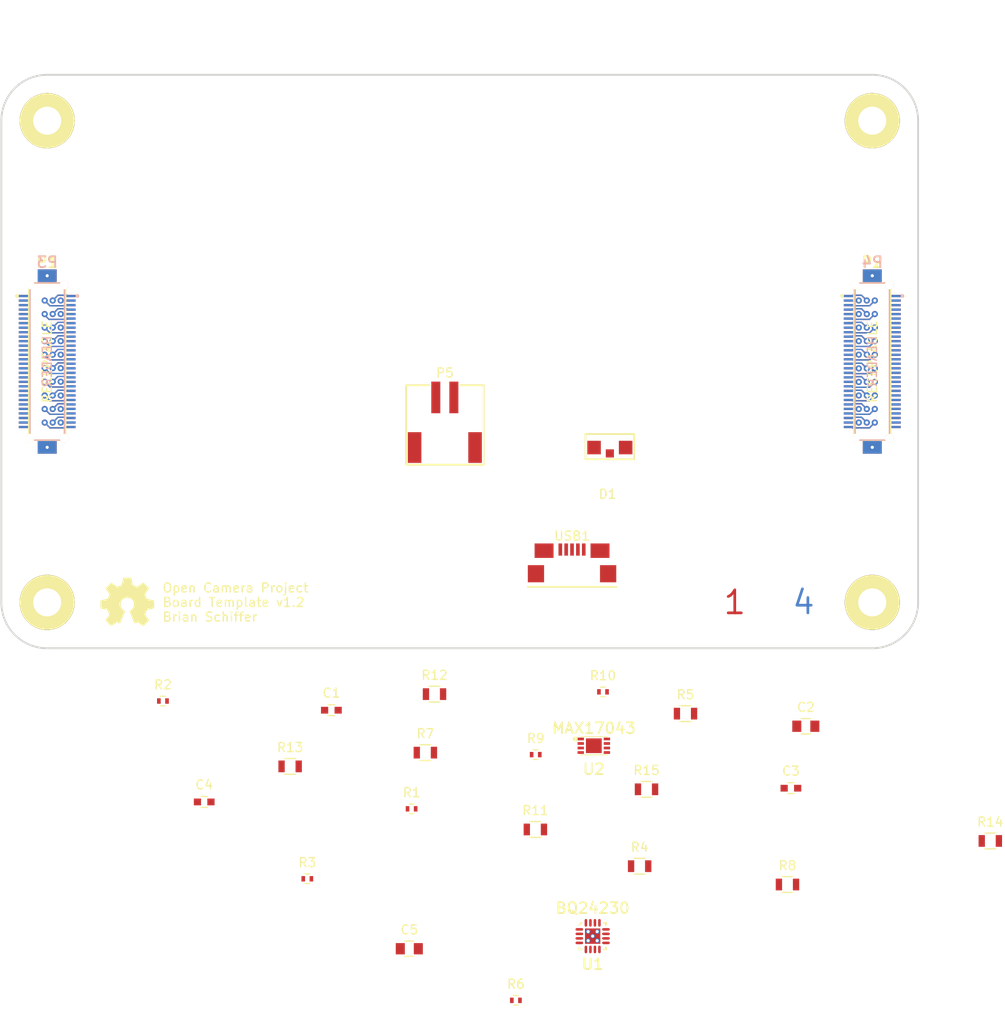
<source format=kicad_pcb>
(kicad_pcb (version 4) (host pcbnew "(2015-04-19 BZR 5613)-product")

  (general
    (links 265)
    (no_connects 188)
    (area 88.798399 76.098399 190.601601 139.801601)
    (thickness 1.6)
    (drawings 15)
    (tracks 579)
    (zones 0)
    (modules 38)
    (nets 80)
  )

  (page A)
  (title_block
    (title "Battery Board")
    (date "Sunday, July 12, 2015")
    (rev 1.0)
    (company "Open Camera Project")
    (comment 1 "Author: Brian Schiffer")
  )

  (layers
    (0 F.Cu signal)
    (1 F_inner.Cu signal)
    (2 B_inner.Cu signal)
    (31 B.Cu signal)
    (32 B.Adhes user)
    (33 F.Adhes user)
    (34 B.Paste user hide)
    (35 F.Paste user hide)
    (36 B.SilkS user)
    (37 F.SilkS user)
    (38 B.Mask user)
    (39 F.Mask user)
    (40 Dwgs.User user)
    (41 Cmts.User user)
    (42 Eco1.User user)
    (43 Eco2.User user)
    (44 Edge.Cuts user)
    (45 Margin user)
    (46 B.CrtYd user)
    (47 F.CrtYd user)
    (48 B.Fab user)
    (49 F.Fab user)
  )

  (setup
    (last_trace_width 0.1524)
    (user_trace_width 0.1524)
    (user_trace_width 0.2032)
    (user_trace_width 0.254)
    (user_trace_width 0.3048)
    (user_trace_width 0.381)
    (user_trace_width 0.508)
    (user_trace_width 0.635)
    (user_trace_width 0.762)
    (user_trace_width 0.889)
    (user_trace_width 1.016)
    (trace_clearance 0.1524)
    (zone_clearance 0.1524)
    (zone_45_only yes)
    (trace_min 0.1524)
    (segment_width 0.2032)
    (edge_width 0.2032)
    (via_size 0.6858)
    (via_drill 0.3302)
    (via_min_size 0.6858)
    (via_min_drill 0.3302)
    (user_via 0.6858 0.3302)
    (user_via 1.016 0.508)
    (uvia_size 0.508)
    (uvia_drill 0.127)
    (uvias_allowed no)
    (uvia_min_size 0.508)
    (uvia_min_drill 0.127)
    (pcb_text_width 0.3)
    (pcb_text_size 1.5 1.5)
    (mod_edge_width 0.15)
    (mod_text_size 1 1)
    (mod_text_width 0.15)
    (pad_size 2.1 1.4)
    (pad_drill 0)
    (pad_to_mask_clearance 0)
    (pad_to_paste_clearance -0.0254)
    (aux_axis_origin 0 0)
    (visible_elements 7FFFFF7F)
    (pcbplotparams
      (layerselection 0x00030_80000001)
      (usegerberextensions false)
      (excludeedgelayer true)
      (linewidth 0.100000)
      (plotframeref false)
      (viasonmask false)
      (mode 1)
      (useauxorigin false)
      (hpglpennumber 1)
      (hpglpenspeed 20)
      (hpglpendiameter 15)
      (hpglpenoverlay 2)
      (psnegative false)
      (psa4output false)
      (plotreference true)
      (plotvalue true)
      (plotinvisibletext false)
      (padsonsilk false)
      (subtractmaskfromsilk false)
      (outputformat 1)
      (mirror false)
      (drillshape 1)
      (scaleselection 1)
      (outputdirectory ""))
  )

  (net 0 "")
  (net 1 GNDD)
  (net 2 /connectors/L1)
  (net 3 /connectors/L2)
  (net 4 /connectors/L3)
  (net 5 /connectors/L4)
  (net 6 /connectors/L5)
  (net 7 /connectors/L6)
  (net 8 /connectors/L7)
  (net 9 /connectors/L8)
  (net 10 /connectors/L9)
  (net 11 /connectors/L10)
  (net 12 /connectors/L11)
  (net 13 /connectors/L12)
  (net 14 /connectors/L13)
  (net 15 /connectors/L14)
  (net 16 /connectors/L15)
  (net 17 /connectors/L16)
  (net 18 /connectors/L17)
  (net 19 /connectors/L18)
  (net 20 /connectors/L19)
  (net 21 /connectors/L20)
  (net 22 /connectors/L21)
  (net 23 /connectors/L22)
  (net 24 /connectors/L23)
  (net 25 /connectors/L24)
  (net 26 /connectors/L25)
  (net 27 /connectors/L26)
  (net 28 /connectors/L27)
  (net 29 /connectors/L28)
  (net 30 /connectors/L29)
  (net 31 /connectors/L30)
  (net 32 /connectors/R1)
  (net 33 /connectors/R2)
  (net 34 /connectors/R3)
  (net 35 /connectors/R4)
  (net 36 /connectors/R5)
  (net 37 /connectors/R6)
  (net 38 /connectors/R7)
  (net 39 /connectors/R8)
  (net 40 /connectors/R9)
  (net 41 /connectors/R10)
  (net 42 /connectors/R11)
  (net 43 /connectors/R12)
  (net 44 /connectors/R13)
  (net 45 /connectors/R14)
  (net 46 /connectors/R15)
  (net 47 /connectors/R16)
  (net 48 /connectors/R17)
  (net 49 /connectors/R18)
  (net 50 /connectors/R19)
  (net 51 /connectors/R20)
  (net 52 /connectors/R21)
  (net 53 /connectors/R22)
  (net 54 /connectors/R23)
  (net 55 /connectors/R24)
  (net 56 /connectors/R25)
  (net 57 /connectors/R26)
  (net 58 /connectors/R27)
  (net 59 /connectors/R28)
  (net 60 /connectors/R29)
  (net 61 /connectors/R30)
  (net 62 /Vusb)
  (net 63 GND)
  (net 64 /BATT+)
  (net 65 "Net-(C3-Pad1)")
  (net 66 "Net-(C4-Pad1)")
  (net 67 "Net-(D1-Pad3)")
  (net 68 "Net-(D1-Pad2)")
  (net 69 "Net-(R1-Pad2)")
  (net 70 "Net-(R3-Pad1)")
  (net 71 "Net-(R4-Pad1)")
  (net 72 "Net-(R5-Pad1)")
  (net 73 "Net-(R11-Pad2)")
  (net 74 "Net-(R9-Pad1)")
  (net 75 "Net-(R10-Pad1)")
  (net 76 "Net-(R13-Pad2)")
  (net 77 "Net-(USB1-Pad4)")
  (net 78 "Net-(USB1-Pad2)")
  (net 79 "Net-(USB1-Pad3)")

  (net_class Default "This is the default net class."
    (clearance 0.1524)
    (trace_width 0.1524)
    (via_dia 0.6858)
    (via_drill 0.3302)
    (uvia_dia 0.508)
    (uvia_drill 0.127)
    (add_net /BATT+)
    (add_net /Vusb)
    (add_net /connectors/L1)
    (add_net /connectors/L10)
    (add_net /connectors/L11)
    (add_net /connectors/L12)
    (add_net /connectors/L13)
    (add_net /connectors/L14)
    (add_net /connectors/L15)
    (add_net /connectors/L16)
    (add_net /connectors/L17)
    (add_net /connectors/L18)
    (add_net /connectors/L19)
    (add_net /connectors/L2)
    (add_net /connectors/L20)
    (add_net /connectors/L21)
    (add_net /connectors/L22)
    (add_net /connectors/L23)
    (add_net /connectors/L24)
    (add_net /connectors/L25)
    (add_net /connectors/L26)
    (add_net /connectors/L27)
    (add_net /connectors/L28)
    (add_net /connectors/L29)
    (add_net /connectors/L3)
    (add_net /connectors/L30)
    (add_net /connectors/L4)
    (add_net /connectors/L5)
    (add_net /connectors/L6)
    (add_net /connectors/L7)
    (add_net /connectors/L8)
    (add_net /connectors/L9)
    (add_net /connectors/R1)
    (add_net /connectors/R10)
    (add_net /connectors/R11)
    (add_net /connectors/R12)
    (add_net /connectors/R13)
    (add_net /connectors/R14)
    (add_net /connectors/R15)
    (add_net /connectors/R16)
    (add_net /connectors/R17)
    (add_net /connectors/R18)
    (add_net /connectors/R19)
    (add_net /connectors/R2)
    (add_net /connectors/R20)
    (add_net /connectors/R21)
    (add_net /connectors/R22)
    (add_net /connectors/R23)
    (add_net /connectors/R24)
    (add_net /connectors/R25)
    (add_net /connectors/R26)
    (add_net /connectors/R27)
    (add_net /connectors/R28)
    (add_net /connectors/R29)
    (add_net /connectors/R3)
    (add_net /connectors/R30)
    (add_net /connectors/R4)
    (add_net /connectors/R5)
    (add_net /connectors/R6)
    (add_net /connectors/R7)
    (add_net /connectors/R8)
    (add_net /connectors/R9)
    (add_net GND)
    (add_net "Net-(C3-Pad1)")
    (add_net "Net-(C4-Pad1)")
    (add_net "Net-(D1-Pad2)")
    (add_net "Net-(D1-Pad3)")
    (add_net "Net-(R1-Pad2)")
    (add_net "Net-(R10-Pad1)")
    (add_net "Net-(R11-Pad2)")
    (add_net "Net-(R13-Pad2)")
    (add_net "Net-(R3-Pad1)")
    (add_net "Net-(R4-Pad1)")
    (add_net "Net-(R5-Pad1)")
    (add_net "Net-(R9-Pad1)")
    (add_net "Net-(USB1-Pad2)")
    (add_net "Net-(USB1-Pad3)")
    (add_net "Net-(USB1-Pad4)")
  )

  (module OpenCamera:oshw_logo (layer F.Cu) (tedit 5573AF1A) (tstamp 5573ADCD)
    (at 102.87 134.62)
    (fp_text reference "" (at 0 0) (layer Eco2.User) hide
      (effects (font (thickness 0.3)))
    )
    (fp_text value "" (at 0.75 0) (layer Eco2.User) hide
      (effects (font (thickness 0.3)))
    )
    (fp_poly (pts (xy 2.919555 0.4761) (xy 2.910354 0.554634) (xy 2.884819 0.607121) (xy 2.836363 0.641309)
      (xy 2.758402 0.664949) (xy 2.644349 0.68579) (xy 2.4892 0.711312) (xy 2.367677 0.733158)
      (xy 2.264825 0.75367) (xy 2.19077 0.770684) (xy 2.155638 0.782036) (xy 2.154588 0.782841)
      (xy 2.137074 0.814497) (xy 2.107083 0.881836) (xy 2.069361 0.972748) (xy 2.028654 1.075124)
      (xy 1.989706 1.176854) (xy 1.957262 1.26583) (xy 1.936069 1.329943) (xy 1.9304 1.354952)
      (xy 1.944187 1.386828) (xy 1.982062 1.451764) (xy 2.038796 1.541336) (xy 2.109159 1.647118)
      (xy 2.136856 1.687599) (xy 2.343313 1.987116) (xy 2.050809 2.279619) (xy 1.758306 2.572123)
      (xy 1.451472 2.361586) (xy 1.144638 2.151048) (xy 0.994432 2.231107) (xy 0.908029 2.273881)
      (xy 0.85467 2.290928) (xy 0.825191 2.284793) (xy 0.820168 2.279533) (xy 0.801609 2.244407)
      (xy 0.768084 2.170568) (xy 0.722754 2.065783) (xy 0.668776 1.93782) (xy 0.609308 1.794447)
      (xy 0.547509 1.643431) (xy 0.486538 1.492538) (xy 0.429553 1.349538) (xy 0.379713 1.222196)
      (xy 0.340175 1.118281) (xy 0.314098 1.04556) (xy 0.304641 1.011801) (xy 0.304641 1.011721)
      (xy 0.324796 0.972177) (xy 0.374626 0.926929) (xy 0.390619 0.916303) (xy 0.542238 0.795275)
      (xy 0.659737 0.645108) (xy 0.739813 0.474467) (xy 0.779163 0.292019) (xy 0.774485 0.106431)
      (xy 0.745353 -0.014526) (xy 0.658139 -0.203136) (xy 0.537186 -0.354473) (xy 0.385373 -0.466473)
      (xy 0.20558 -0.53707) (xy 0.000685 -0.564202) (xy -0.02178 -0.564445) (xy -0.132356 -0.560984)
      (xy -0.217565 -0.546572) (xy -0.302541 -0.515165) (xy -0.376835 -0.479073) (xy -0.542556 -0.367823)
      (xy -0.6712 -0.225037) (xy -0.759336 -0.056917) (xy -0.803529 0.13033) (xy -0.804549 0.294031)
      (xy -0.775217 0.452616) (xy -0.71538 0.595336) (xy -0.619889 0.730089) (xy -0.483598 0.864772)
      (xy -0.375307 0.9525) (xy -0.308801 1.0033) (xy -0.546978 1.5748) (xy -0.615511 1.738811)
      (xy -0.679622 1.891435) (xy -0.73607 2.025016) (xy -0.781611 2.131898) (xy -0.813003 2.204426)
      (xy -0.824187 2.229311) (xy -0.863219 2.312323) (xy -1.0195 2.233433) (xy -1.175781 2.154543)
      (xy -1.476043 2.359971) (xy -1.583509 2.433152) (xy -1.675042 2.494831) (xy -1.742993 2.539905)
      (xy -1.779715 2.563272) (xy -1.783918 2.5654) (xy -1.803469 2.548365) (xy -1.852617 2.50128)
      (xy -1.925195 2.43017) (xy -2.015035 2.341061) (xy -2.080422 2.275685) (xy -2.369314 1.985971)
      (xy -2.174435 1.704119) (xy -2.101263 1.597079) (xy -2.03834 1.502758) (xy -1.991553 1.430146)
      (xy -1.966788 1.388232) (xy -1.964923 1.384136) (xy -1.969061 1.350045) (xy -1.988288 1.280702)
      (xy -2.018372 1.187836) (xy -2.05508 1.083176) (xy -2.094179 0.978452) (xy -2.131437 0.885394)
      (xy -2.162622 0.815731) (xy -2.181899 0.782841) (xy -2.211403 0.77225) (xy -2.281016 0.755765)
      (xy -2.38069 0.735547) (xy -2.500378 0.713757) (xy -2.5146 0.711312) (xy -2.670466 0.685631)
      (xy -2.783804 0.664799) (xy -2.861322 0.641152) (xy -2.90973 0.607024) (xy -2.935734 0.554753)
      (xy -2.946042 0.476673) (xy -2.947362 0.36512) (xy -2.9464 0.217943) (xy -2.945231 0.082062)
      (xy -2.942005 -0.034979) (xy -2.937146 -0.12419) (xy -2.931077 -0.176576) (xy -2.92735 -0.186451)
      (xy -2.896825 -0.194998) (xy -2.825643 -0.21068) (xy -2.723131 -0.231565) (xy -2.598617 -0.255718)
      (xy -2.54 -0.266745) (xy -2.408768 -0.292868) (xy -2.295574 -0.318542) (xy -2.209755 -0.341406)
      (xy -2.160648 -0.359101) (xy -2.153137 -0.364546) (xy -2.136008 -0.398947) (xy -2.104257 -0.46909)
      (xy -2.062844 -0.56384) (xy -2.028322 -0.644609) (xy -1.974727 -0.779439) (xy -1.946227 -0.871866)
      (xy -1.942381 -0.923403) (xy -1.945286 -0.930174) (xy -1.967567 -0.962991) (xy -2.012607 -1.029005)
      (xy -2.074455 -1.119504) (xy -2.147159 -1.225777) (xy -2.169812 -1.258869) (xy -2.371124 -1.552907)
      (xy -2.080222 -1.843809) (xy -1.78932 -2.134711) (xy -1.454943 -1.905144) (xy -1.120566 -1.675578)
      (xy -0.858733 -1.782817) (xy -0.752205 -1.82761) (xy -0.66396 -1.866903) (xy -0.604152 -1.896033)
      (xy -0.583275 -1.9093) (xy -0.57408 -1.939797) (xy -0.557745 -2.011133) (xy -0.536213 -2.114164)
      (xy -0.51143 -2.239748) (xy -0.497988 -2.310473) (xy -0.426328 -2.6924) (xy -0.013449 -2.6924)
      (xy 0.39943 -2.6924) (xy 0.468619 -2.31775) (xy 0.493161 -2.185204) (xy 0.514555 -2.070306)
      (xy 0.531057 -1.982365) (xy 0.540927 -1.930692) (xy 0.542779 -1.921575) (xy 0.566884 -1.903965)
      (xy 0.628682 -1.87223) (xy 0.718641 -1.83097) (xy 0.820373 -1.787607) (xy 1.092996 -1.675165)
      (xy 1.428056 -1.905075) (xy 1.763117 -2.134984) (xy 2.050276 -1.84864) (xy 2.147015 -1.750022)
      (xy 2.228576 -1.662745) (xy 2.289089 -1.593428) (xy 2.322684 -1.548691) (xy 2.327392 -1.536121)
      (xy 2.30995 -1.506751) (xy 2.268923 -1.444005) (xy 2.209828 -1.356143) (xy 2.138181 -1.251428)
      (xy 2.111174 -1.212345) (xy 2.037289 -1.104148) (xy 1.975129 -1.010169) (xy 1.929914 -0.938533)
      (xy 1.906865 -0.897362) (xy 1.905 -0.891554) (xy 1.914457 -0.860098) (xy 1.940109 -0.79247)
      (xy 1.977875 -0.699078) (xy 2.017125 -0.605633) (xy 2.12925 -0.3429) (xy 2.417175 -0.286382)
      (xy 2.543519 -0.261596) (xy 2.661917 -0.238397) (xy 2.757356 -0.219723) (xy 2.8067 -0.210095)
      (xy 2.9083 -0.190326) (xy 2.915296 0.209887) (xy 2.919007 0.363767) (xy 2.919555 0.4761)
      (xy 2.919555 0.4761)) (layer F.SilkS) (width 0.1))
  )

  (module OpenCamera:MOUNTING_HOLE (layer F.Cu) (tedit 5573AED9) (tstamp 5573AEC5)
    (at 94.615 134.874)
    (fp_text reference "" (at 0 5.2) (layer Eco2.User) hide
      (effects (font (size 1.2 1.2) (thickness 0.2)))
    )
    (fp_text value "" (at -0.06 -5.14) (layer Eco2.User) hide
      (effects (font (size 1.2 1.2) (thickness 0.2)))
    )
    (pad 1 thru_hole oval (at -0.635 -0.254) (size 6.1 6.1) (drill 3.1) (layers *.Cu *.Mask F.SilkS))
  )

  (module OpenCamera:MOUNTING_HOLE (layer F.Cu) (tedit 5573AECD) (tstamp 5573AECF)
    (at 95.631 83.439)
    (fp_text reference "" (at 0 5.2) (layer Eco2.User) hide
      (effects (font (size 1.2 1.2) (thickness 0.2)))
    )
    (fp_text value "" (at -0.06 -5.14) (layer Eco2.User) hide
      (effects (font (size 1.2 1.2) (thickness 0.2)))
    )
    (pad 1 thru_hole oval (at -1.651 -2.159) (size 6.1 6.1) (drill 3.1) (layers *.Cu *.Mask F.SilkS))
  )

  (module OpenCamera:MOUNTING_HOLE (layer F.Cu) (tedit 5573AEEB) (tstamp 5573AED8)
    (at 184.531 82.169)
    (fp_text reference "" (at 0 5.2) (layer Eco2.User) hide
      (effects (font (size 1.2 1.2) (thickness 0.2)))
    )
    (fp_text value "" (at -0.06 -5.14) (layer Eco2.User) hide
      (effects (font (size 1.2 1.2) (thickness 0.2)))
    )
    (pad 1 thru_hole oval (at 0.889 -0.889) (size 6.1 6.1) (drill 3.1) (layers *.Cu *.Mask F.SilkS))
  )

  (module OpenCamera:MOUNTING_HOLE (layer F.Cu) (tedit 5573AEF6) (tstamp 5573AEE1)
    (at 183.007 133.604)
    (fp_text reference "" (at 0 5.2) (layer Eco2.User) hide
      (effects (font (size 1.2 1.2) (thickness 0.2)))
    )
    (fp_text value "" (at -0.06 -5.14) (layer Eco2.User) hide
      (effects (font (size 1.2 1.2) (thickness 0.2)))
    )
    (pad 1 thru_hole oval (at 2.413 1.016) (size 6.1 6.1) (drill 3.1) (layers *.Cu *.Mask F.SilkS))
  )

  (module OpenCamera:STITCH_VIA (layer F.Cu) (tedit 557C28EE) (tstamp 557658E3)
    (at 187.5282 97.6376)
    (fp_text reference "" (at 0 0.5) (layer Eco2.User) hide
      (effects (font (size 1 1) (thickness 0.15)))
    )
    (fp_text value "" (at 0 -0.5) (layer Eco2.User) hide
      (effects (font (size 1 1) (thickness 0.15)))
    )
  )

  (module OpenCamera:STITCH_VIA (layer F.Cu) (tedit 557C2906) (tstamp 557658F8)
    (at 185.42 117.4496)
    (fp_text reference "" (at 0 0.5) (layer Eco2.User) hide
      (effects (font (size 1 1) (thickness 0.15)))
    )
    (fp_text value "" (at 0 -0.5) (layer Eco2.User) hide
      (effects (font (size 1 1) (thickness 0.15)))
    )
  )

  (module OpenCamera:STITCH_VIA (layer F.Cu) (tedit 557C2919) (tstamp 55765901)
    (at 93.98 98.4504)
    (fp_text reference "" (at 0 0.5) (layer Eco2.User) hide
      (effects (font (size 1 1) (thickness 0.15)))
    )
    (fp_text value "" (at 0 -0.5) (layer Eco2.User) hide
      (effects (font (size 1 1) (thickness 0.15)))
    )
  )

  (module OpenCamera:STITCH_VIA (layer F.Cu) (tedit 557C2911) (tstamp 5576590A)
    (at 93.98 117.4496)
    (fp_text reference "" (at 0 0.5) (layer Eco2.User) hide
      (effects (font (size 1 1) (thickness 0.15)))
    )
    (fp_text value "" (at 0 -0.5) (layer Eco2.User) hide
      (effects (font (size 1 1) (thickness 0.15)))
    )
  )

  (module OpenCamera:DF17_60_RECEPTACLE (layer F.Cu) (tedit 557C2686) (tstamp 5574B7E8)
    (at 93.98 107.95)
    (path /5574923E/557C3923)
    (fp_text reference P1 (at 0 -11) (layer F.SilkS)
      (effects (font (size 1.2 1.2) (thickness 0.2)))
    )
    (fp_text value CONN_LEFT_TOP (at 0 -11) (layer Eco2.User) hide
      (effects (font (size 1.2 1.2) (thickness 0.2)))
    )
    (fp_circle (center -3.34 -7.26) (end -3.32 -7.31) (layer F.SilkS) (width 0.15))
    (fp_text user RECEPTACLE (at 0 0 90) (layer F.SilkS)
      (effects (font (size 1 1) (thickness 0.15)))
    )
    (fp_line (start -2.05 -8.7) (end 2.05 -8.7) (layer F.SilkS) (width 0.15))
    (fp_line (start 2.05 -8.7) (end 2.05 8.7) (layer F.SilkS) (width 0.15))
    (fp_line (start 2.05 8.7) (end -2.05 8.7) (layer F.SilkS) (width 0.15))
    (fp_line (start -2.05 8.7) (end -2.05 -8.7) (layer F.SilkS) (width 0.15))
    (pad 62 thru_hole circle (at 0 9.5) (size 0.6858 0.6858) (drill 0.3302) (layers *.Cu)
      (net 63 GND))
    (pad 62 smd rect (at 0 9.5) (size 2.1 1.4) (layers F.Cu F.Paste F.Mask)
      (net 63 GND))
    (pad 1 smd rect (at -2.65 -7.25) (size 1 0.25) (layers F.Cu F.Paste F.Mask)
      (net 63 GND))
    (pad 3 smd rect (at -2.65 -6.75) (size 1 0.25) (layers F.Cu F.Paste F.Mask)
      (net 63 GND))
    (pad 5 smd rect (at -2.65 -6.25) (size 1 0.25) (layers F.Cu F.Paste F.Mask)
      (net 63 GND))
    (pad 7 smd rect (at -2.65 -5.75) (size 1 0.25) (layers F.Cu F.Paste F.Mask)
      (net 63 GND))
    (pad 9 smd rect (at -2.65 -5.25) (size 1 0.25) (layers F.Cu F.Paste F.Mask)
      (net 63 GND))
    (pad 11 smd rect (at -2.65 -4.75) (size 1 0.25) (layers F.Cu F.Paste F.Mask)
      (net 63 GND))
    (pad 13 smd rect (at -2.65 -4.25) (size 1 0.25) (layers F.Cu F.Paste F.Mask)
      (net 63 GND))
    (pad 15 smd rect (at -2.65 -3.75) (size 1 0.25) (layers F.Cu F.Paste F.Mask)
      (net 63 GND))
    (pad 17 smd rect (at -2.65 -3.25) (size 1 0.25) (layers F.Cu F.Paste F.Mask)
      (net 63 GND))
    (pad 19 smd rect (at -2.65 -2.75) (size 1 0.25) (layers F.Cu F.Paste F.Mask)
      (net 63 GND))
    (pad 21 smd rect (at -2.65 -2.25) (size 1 0.25) (layers F.Cu F.Paste F.Mask)
      (net 63 GND))
    (pad 23 smd rect (at -2.65 -1.75) (size 1 0.25) (layers F.Cu F.Paste F.Mask)
      (net 63 GND))
    (pad 25 smd rect (at -2.65 -1.25) (size 1 0.25) (layers F.Cu F.Paste F.Mask)
      (net 63 GND))
    (pad 27 smd rect (at -2.65 -0.75) (size 1 0.25) (layers F.Cu F.Paste F.Mask)
      (net 63 GND))
    (pad 29 smd rect (at -2.65 -0.25) (size 1 0.25) (layers F.Cu F.Paste F.Mask)
      (net 63 GND))
    (pad 31 smd rect (at -2.65 0.25) (size 1 0.25) (layers F.Cu F.Paste F.Mask)
      (net 63 GND))
    (pad 33 smd rect (at -2.65 0.75) (size 1 0.25) (layers F.Cu F.Paste F.Mask)
      (net 63 GND))
    (pad 35 smd rect (at -2.65 1.25) (size 1 0.25) (layers F.Cu F.Paste F.Mask)
      (net 63 GND))
    (pad 37 smd rect (at -2.65 1.75) (size 1 0.25) (layers F.Cu F.Paste F.Mask)
      (net 63 GND))
    (pad 39 smd rect (at -2.65 2.25) (size 1 0.25) (layers F.Cu F.Paste F.Mask)
      (net 63 GND))
    (pad 41 smd rect (at -2.65 2.75) (size 1 0.25) (layers F.Cu F.Paste F.Mask)
      (net 63 GND))
    (pad 43 smd rect (at -2.65 3.25) (size 1 0.25) (layers F.Cu F.Paste F.Mask)
      (net 63 GND))
    (pad 45 smd rect (at -2.65 3.75) (size 1 0.25) (layers F.Cu F.Paste F.Mask)
      (net 63 GND))
    (pad 47 smd rect (at -2.65 4.25) (size 1 0.25) (layers F.Cu F.Paste F.Mask)
      (net 63 GND))
    (pad 49 smd rect (at -2.65 4.75) (size 1 0.25) (layers F.Cu F.Paste F.Mask)
      (net 63 GND))
    (pad 51 smd rect (at -2.65 5.25) (size 1 0.25) (layers F.Cu F.Paste F.Mask)
      (net 63 GND))
    (pad 53 smd rect (at -2.65 5.75) (size 1 0.25) (layers F.Cu F.Paste F.Mask)
      (net 63 GND))
    (pad 55 smd rect (at -2.65 6.25) (size 1 0.25) (layers F.Cu F.Paste F.Mask)
      (net 63 GND))
    (pad 57 smd rect (at -2.65 6.75) (size 1 0.25) (layers F.Cu F.Paste F.Mask)
      (net 63 GND))
    (pad 59 smd rect (at -2.65 7.25) (size 1 0.25) (layers F.Cu F.Paste F.Mask)
      (net 63 GND))
    (pad 2 smd rect (at 2.65 -7.25) (size 1 0.25) (layers F.Cu F.Paste F.Mask)
      (net 2 /connectors/L1))
    (pad 4 smd rect (at 2.65 -6.75) (size 1 0.25) (layers F.Cu F.Paste F.Mask)
      (net 3 /connectors/L2))
    (pad 6 smd rect (at 2.65 -6.25) (size 1 0.25) (layers F.Cu F.Paste F.Mask)
      (net 4 /connectors/L3))
    (pad 8 smd rect (at 2.65 -5.75) (size 1 0.25) (layers F.Cu F.Paste F.Mask)
      (net 5 /connectors/L4))
    (pad 10 smd rect (at 2.65 -5.25) (size 1 0.25) (layers F.Cu F.Paste F.Mask)
      (net 6 /connectors/L5))
    (pad 12 smd rect (at 2.65 -4.75) (size 1 0.25) (layers F.Cu F.Paste F.Mask)
      (net 7 /connectors/L6))
    (pad 14 smd rect (at 2.65 -4.25) (size 1 0.25) (layers F.Cu F.Paste F.Mask)
      (net 8 /connectors/L7))
    (pad 16 smd rect (at 2.65 -3.75) (size 1 0.25) (layers F.Cu F.Paste F.Mask)
      (net 9 /connectors/L8))
    (pad 18 smd rect (at 2.65 -3.25) (size 1 0.25) (layers F.Cu F.Paste F.Mask)
      (net 10 /connectors/L9))
    (pad 20 smd rect (at 2.65 -2.75) (size 1 0.25) (layers F.Cu F.Paste F.Mask)
      (net 11 /connectors/L10))
    (pad 22 smd rect (at 2.65 -2.25) (size 1 0.25) (layers F.Cu F.Paste F.Mask)
      (net 12 /connectors/L11))
    (pad 24 smd rect (at 2.65 -1.75) (size 1 0.25) (layers F.Cu F.Paste F.Mask)
      (net 13 /connectors/L12))
    (pad 26 smd rect (at 2.65 -1.25) (size 1 0.25) (layers F.Cu F.Paste F.Mask)
      (net 14 /connectors/L13))
    (pad 28 smd rect (at 2.65 -0.75) (size 1 0.25) (layers F.Cu F.Paste F.Mask)
      (net 15 /connectors/L14))
    (pad 30 smd rect (at 2.65 -0.25) (size 1 0.25) (layers F.Cu F.Paste F.Mask)
      (net 16 /connectors/L15))
    (pad 32 smd rect (at 2.65 0.25) (size 1 0.25) (layers F.Cu F.Paste F.Mask)
      (net 17 /connectors/L16))
    (pad 34 smd rect (at 2.65 0.75) (size 1 0.25) (layers F.Cu F.Paste F.Mask)
      (net 18 /connectors/L17))
    (pad 36 smd rect (at 2.65 1.25) (size 1 0.25) (layers F.Cu F.Paste F.Mask)
      (net 19 /connectors/L18))
    (pad 38 smd rect (at 2.65 1.75) (size 1 0.25) (layers F.Cu F.Paste F.Mask)
      (net 20 /connectors/L19))
    (pad 40 smd rect (at 2.65 2.25) (size 1 0.25) (layers F.Cu F.Paste F.Mask)
      (net 21 /connectors/L20))
    (pad 42 smd rect (at 2.65 2.75) (size 1 0.25) (layers F.Cu F.Paste F.Mask)
      (net 22 /connectors/L21))
    (pad 44 smd rect (at 2.65 3.25) (size 1 0.25) (layers F.Cu F.Paste F.Mask)
      (net 23 /connectors/L22))
    (pad 46 smd rect (at 2.65 3.75) (size 1 0.25) (layers F.Cu F.Paste F.Mask)
      (net 24 /connectors/L23))
    (pad 48 smd rect (at 2.65 4.25) (size 1 0.25) (layers F.Cu F.Paste F.Mask)
      (net 25 /connectors/L24))
    (pad 50 smd rect (at 2.65 4.75) (size 1 0.25) (layers F.Cu F.Paste F.Mask)
      (net 26 /connectors/L25))
    (pad 52 smd rect (at 2.65 5.25) (size 1 0.25) (layers F.Cu F.Paste F.Mask)
      (net 27 /connectors/L26))
    (pad 54 smd rect (at 2.65 5.75) (size 1 0.25) (layers F.Cu F.Paste F.Mask)
      (net 28 /connectors/L27))
    (pad 56 smd rect (at 2.65 6.25) (size 1 0.25) (layers F.Cu F.Paste F.Mask)
      (net 29 /connectors/L28))
    (pad 58 smd rect (at 2.65 6.75) (size 1 0.25) (layers F.Cu F.Paste F.Mask)
      (net 30 /connectors/L29))
    (pad 60 smd rect (at 2.65 7.25) (size 1 0.25) (layers F.Cu F.Paste F.Mask)
      (net 31 /connectors/L30))
    (pad 61 smd rect (at 0 -9.5) (size 2.1 1.4) (layers F.Cu F.Paste F.Mask)
      (net 63 GND))
    (pad "" np_thru_hole circle (at -1.9 -8.5) (size 1 1) (drill 1) (layers *.Cu *.Mask F.SilkS))
    (pad "" np_thru_hole circle (at -1.9 8.5) (size 1 1) (drill 1) (layers *.Cu *.Mask F.SilkS))
    (pad 61 thru_hole circle (at 0 -9.5) (size 0.6858 0.6858) (drill 0.3302) (layers *.Cu)
      (net 63 GND))
  )

  (module OpenCamera:DF17_60_RECEPTACLE (layer F.Cu) (tedit 557C2686) (tstamp 5574C189)
    (at 185.42 107.95)
    (path /5574923E/557C4C8A)
    (fp_text reference P2 (at 0 -11) (layer F.SilkS)
      (effects (font (size 1.2 1.2) (thickness 0.2)))
    )
    (fp_text value CONN_RIGHT_TOP (at 0 -11) (layer Eco2.User) hide
      (effects (font (size 1.2 1.2) (thickness 0.2)))
    )
    (fp_circle (center -3.34 -7.26) (end -3.32 -7.31) (layer F.SilkS) (width 0.15))
    (fp_text user RECEPTACLE (at 0 0 90) (layer F.SilkS)
      (effects (font (size 1 1) (thickness 0.15)))
    )
    (fp_line (start -2.05 -8.7) (end 2.05 -8.7) (layer F.SilkS) (width 0.15))
    (fp_line (start 2.05 -8.7) (end 2.05 8.7) (layer F.SilkS) (width 0.15))
    (fp_line (start 2.05 8.7) (end -2.05 8.7) (layer F.SilkS) (width 0.15))
    (fp_line (start -2.05 8.7) (end -2.05 -8.7) (layer F.SilkS) (width 0.15))
    (pad 62 thru_hole circle (at 0 9.5) (size 0.6858 0.6858) (drill 0.3302) (layers *.Cu)
      (net 63 GND))
    (pad 62 smd rect (at 0 9.5) (size 2.1 1.4) (layers F.Cu F.Paste F.Mask)
      (net 63 GND))
    (pad 1 smd rect (at -2.65 -7.25) (size 1 0.25) (layers F.Cu F.Paste F.Mask)
      (net 32 /connectors/R1))
    (pad 3 smd rect (at -2.65 -6.75) (size 1 0.25) (layers F.Cu F.Paste F.Mask)
      (net 33 /connectors/R2))
    (pad 5 smd rect (at -2.65 -6.25) (size 1 0.25) (layers F.Cu F.Paste F.Mask)
      (net 34 /connectors/R3))
    (pad 7 smd rect (at -2.65 -5.75) (size 1 0.25) (layers F.Cu F.Paste F.Mask)
      (net 35 /connectors/R4))
    (pad 9 smd rect (at -2.65 -5.25) (size 1 0.25) (layers F.Cu F.Paste F.Mask)
      (net 36 /connectors/R5))
    (pad 11 smd rect (at -2.65 -4.75) (size 1 0.25) (layers F.Cu F.Paste F.Mask)
      (net 37 /connectors/R6))
    (pad 13 smd rect (at -2.65 -4.25) (size 1 0.25) (layers F.Cu F.Paste F.Mask)
      (net 38 /connectors/R7))
    (pad 15 smd rect (at -2.65 -3.75) (size 1 0.25) (layers F.Cu F.Paste F.Mask)
      (net 39 /connectors/R8))
    (pad 17 smd rect (at -2.65 -3.25) (size 1 0.25) (layers F.Cu F.Paste F.Mask)
      (net 40 /connectors/R9))
    (pad 19 smd rect (at -2.65 -2.75) (size 1 0.25) (layers F.Cu F.Paste F.Mask)
      (net 41 /connectors/R10))
    (pad 21 smd rect (at -2.65 -2.25) (size 1 0.25) (layers F.Cu F.Paste F.Mask)
      (net 42 /connectors/R11))
    (pad 23 smd rect (at -2.65 -1.75) (size 1 0.25) (layers F.Cu F.Paste F.Mask)
      (net 43 /connectors/R12))
    (pad 25 smd rect (at -2.65 -1.25) (size 1 0.25) (layers F.Cu F.Paste F.Mask)
      (net 44 /connectors/R13))
    (pad 27 smd rect (at -2.65 -0.75) (size 1 0.25) (layers F.Cu F.Paste F.Mask)
      (net 45 /connectors/R14))
    (pad 29 smd rect (at -2.65 -0.25) (size 1 0.25) (layers F.Cu F.Paste F.Mask)
      (net 46 /connectors/R15))
    (pad 31 smd rect (at -2.65 0.25) (size 1 0.25) (layers F.Cu F.Paste F.Mask)
      (net 47 /connectors/R16))
    (pad 33 smd rect (at -2.65 0.75) (size 1 0.25) (layers F.Cu F.Paste F.Mask)
      (net 48 /connectors/R17))
    (pad 35 smd rect (at -2.65 1.25) (size 1 0.25) (layers F.Cu F.Paste F.Mask)
      (net 49 /connectors/R18))
    (pad 37 smd rect (at -2.65 1.75) (size 1 0.25) (layers F.Cu F.Paste F.Mask)
      (net 50 /connectors/R19))
    (pad 39 smd rect (at -2.65 2.25) (size 1 0.25) (layers F.Cu F.Paste F.Mask)
      (net 51 /connectors/R20))
    (pad 41 smd rect (at -2.65 2.75) (size 1 0.25) (layers F.Cu F.Paste F.Mask)
      (net 52 /connectors/R21))
    (pad 43 smd rect (at -2.65 3.25) (size 1 0.25) (layers F.Cu F.Paste F.Mask)
      (net 53 /connectors/R22))
    (pad 45 smd rect (at -2.65 3.75) (size 1 0.25) (layers F.Cu F.Paste F.Mask)
      (net 54 /connectors/R23))
    (pad 47 smd rect (at -2.65 4.25) (size 1 0.25) (layers F.Cu F.Paste F.Mask)
      (net 55 /connectors/R24))
    (pad 49 smd rect (at -2.65 4.75) (size 1 0.25) (layers F.Cu F.Paste F.Mask)
      (net 56 /connectors/R25))
    (pad 51 smd rect (at -2.65 5.25) (size 1 0.25) (layers F.Cu F.Paste F.Mask)
      (net 57 /connectors/R26))
    (pad 53 smd rect (at -2.65 5.75) (size 1 0.25) (layers F.Cu F.Paste F.Mask)
      (net 58 /connectors/R27))
    (pad 55 smd rect (at -2.65 6.25) (size 1 0.25) (layers F.Cu F.Paste F.Mask)
      (net 59 /connectors/R28))
    (pad 57 smd rect (at -2.65 6.75) (size 1 0.25) (layers F.Cu F.Paste F.Mask)
      (net 60 /connectors/R29))
    (pad 59 smd rect (at -2.65 7.25) (size 1 0.25) (layers F.Cu F.Paste F.Mask)
      (net 61 /connectors/R30))
    (pad 2 smd rect (at 2.65 -7.25) (size 1 0.25) (layers F.Cu F.Paste F.Mask)
      (net 63 GND))
    (pad 4 smd rect (at 2.65 -6.75) (size 1 0.25) (layers F.Cu F.Paste F.Mask)
      (net 63 GND))
    (pad 6 smd rect (at 2.65 -6.25) (size 1 0.25) (layers F.Cu F.Paste F.Mask)
      (net 63 GND))
    (pad 8 smd rect (at 2.65 -5.75) (size 1 0.25) (layers F.Cu F.Paste F.Mask)
      (net 63 GND))
    (pad 10 smd rect (at 2.65 -5.25) (size 1 0.25) (layers F.Cu F.Paste F.Mask)
      (net 63 GND))
    (pad 12 smd rect (at 2.65 -4.75) (size 1 0.25) (layers F.Cu F.Paste F.Mask)
      (net 63 GND))
    (pad 14 smd rect (at 2.65 -4.25) (size 1 0.25) (layers F.Cu F.Paste F.Mask)
      (net 63 GND))
    (pad 16 smd rect (at 2.65 -3.75) (size 1 0.25) (layers F.Cu F.Paste F.Mask)
      (net 63 GND))
    (pad 18 smd rect (at 2.65 -3.25) (size 1 0.25) (layers F.Cu F.Paste F.Mask)
      (net 63 GND))
    (pad 20 smd rect (at 2.65 -2.75) (size 1 0.25) (layers F.Cu F.Paste F.Mask)
      (net 63 GND))
    (pad 22 smd rect (at 2.65 -2.25) (size 1 0.25) (layers F.Cu F.Paste F.Mask)
      (net 63 GND))
    (pad 24 smd rect (at 2.65 -1.75) (size 1 0.25) (layers F.Cu F.Paste F.Mask)
      (net 63 GND))
    (pad 26 smd rect (at 2.65 -1.25) (size 1 0.25) (layers F.Cu F.Paste F.Mask)
      (net 63 GND))
    (pad 28 smd rect (at 2.65 -0.75) (size 1 0.25) (layers F.Cu F.Paste F.Mask)
      (net 63 GND))
    (pad 30 smd rect (at 2.65 -0.25) (size 1 0.25) (layers F.Cu F.Paste F.Mask)
      (net 63 GND))
    (pad 32 smd rect (at 2.65 0.25) (size 1 0.25) (layers F.Cu F.Paste F.Mask)
      (net 63 GND))
    (pad 34 smd rect (at 2.65 0.75) (size 1 0.25) (layers F.Cu F.Paste F.Mask)
      (net 63 GND))
    (pad 36 smd rect (at 2.65 1.25) (size 1 0.25) (layers F.Cu F.Paste F.Mask)
      (net 63 GND))
    (pad 38 smd rect (at 2.65 1.75) (size 1 0.25) (layers F.Cu F.Paste F.Mask)
      (net 63 GND))
    (pad 40 smd rect (at 2.65 2.25) (size 1 0.25) (layers F.Cu F.Paste F.Mask)
      (net 63 GND))
    (pad 42 smd rect (at 2.65 2.75) (size 1 0.25) (layers F.Cu F.Paste F.Mask)
      (net 63 GND))
    (pad 44 smd rect (at 2.65 3.25) (size 1 0.25) (layers F.Cu F.Paste F.Mask)
      (net 63 GND))
    (pad 46 smd rect (at 2.65 3.75) (size 1 0.25) (layers F.Cu F.Paste F.Mask)
      (net 63 GND))
    (pad 48 smd rect (at 2.65 4.25) (size 1 0.25) (layers F.Cu F.Paste F.Mask)
      (net 63 GND))
    (pad 50 smd rect (at 2.65 4.75) (size 1 0.25) (layers F.Cu F.Paste F.Mask)
      (net 63 GND))
    (pad 52 smd rect (at 2.65 5.25) (size 1 0.25) (layers F.Cu F.Paste F.Mask)
      (net 63 GND))
    (pad 54 smd rect (at 2.65 5.75) (size 1 0.25) (layers F.Cu F.Paste F.Mask)
      (net 63 GND))
    (pad 56 smd rect (at 2.65 6.25) (size 1 0.25) (layers F.Cu F.Paste F.Mask)
      (net 63 GND))
    (pad 58 smd rect (at 2.65 6.75) (size 1 0.25) (layers F.Cu F.Paste F.Mask)
      (net 63 GND))
    (pad 60 smd rect (at 2.65 7.25) (size 1 0.25) (layers F.Cu F.Paste F.Mask)
      (net 63 GND))
    (pad 61 smd rect (at 0 -9.5) (size 2.1 1.4) (layers F.Cu F.Paste F.Mask)
      (net 63 GND))
    (pad "" np_thru_hole circle (at -1.9 -8.5) (size 1 1) (drill 1) (layers *.Cu *.Mask F.SilkS))
    (pad "" np_thru_hole circle (at -1.9 8.5) (size 1 1) (drill 1) (layers *.Cu *.Mask F.SilkS))
    (pad 61 thru_hole circle (at 0 -9.5) (size 0.6858 0.6858) (drill 0.3302) (layers *.Cu)
      (net 63 GND))
  )

  (module OpenCamera:DF17_60_HEADER (layer B.Cu) (tedit 557C26D6) (tstamp 5574C1D1)
    (at 185.42 107.95 180)
    (path /5574923E/557C4BF1)
    (fp_text reference P4 (at 0 11 180) (layer B.SilkS)
      (effects (font (size 1.2 1.2) (thickness 0.2)) (justify mirror))
    )
    (fp_text value CONN_RIGHT_BOTTOM (at 0 11 180) (layer Eco2.User) hide
      (effects (font (size 1.2 1.2) (thickness 0.2)))
    )
    (fp_line (start -1.9 8.7) (end 1.9 8.7) (layer B.SilkS) (width 0.15))
    (fp_line (start 1.9 8.7) (end 1.9 -8.7) (layer B.SilkS) (width 0.15))
    (fp_line (start 1.9 -8.7) (end -1.9 -8.7) (layer B.SilkS) (width 0.15))
    (fp_line (start -1.9 -8.7) (end -1.9 8.7) (layer B.SilkS) (width 0.15))
    (fp_text user HEADER (at 0 0 450) (layer B.SilkS)
      (effects (font (size 1 1) (thickness 0.15)) (justify mirror))
    )
    (fp_circle (center -3.34 7.26) (end -3.32 7.31) (layer B.SilkS) (width 0.15))
    (pad "" np_thru_hole circle (at -1.9 8.5 180) (size 1 1) (drill 1) (layers *.Cu *.Mask B.SilkS))
    (pad 62 smd rect (at 0 -9.5 180) (size 2.1 1.4) (layers B.Cu B.Paste B.Mask)
      (net 63 GND))
    (pad 1 smd rect (at -2.575 7.25 180) (size 1.15 0.25) (layers B.Cu B.Paste B.Mask)
      (net 63 GND))
    (pad 3 smd rect (at -2.575 6.75 180) (size 1.15 0.25) (layers B.Cu B.Paste B.Mask)
      (net 63 GND))
    (pad 5 smd rect (at -2.575 6.25 180) (size 1.15 0.25) (layers B.Cu B.Paste B.Mask)
      (net 63 GND))
    (pad 7 smd rect (at -2.575 5.75 180) (size 1.15 0.25) (layers B.Cu B.Paste B.Mask)
      (net 63 GND))
    (pad 9 smd rect (at -2.575 5.25 180) (size 1.15 0.25) (layers B.Cu B.Paste B.Mask)
      (net 63 GND))
    (pad 11 smd rect (at -2.575 4.75 180) (size 1.15 0.25) (layers B.Cu B.Paste B.Mask)
      (net 63 GND))
    (pad 13 smd rect (at -2.575 4.25 180) (size 1.15 0.25) (layers B.Cu B.Paste B.Mask)
      (net 63 GND))
    (pad 15 smd rect (at -2.575 3.75 180) (size 1.15 0.25) (layers B.Cu B.Paste B.Mask)
      (net 63 GND))
    (pad 17 smd rect (at -2.575 3.25 180) (size 1.15 0.25) (layers B.Cu B.Paste B.Mask)
      (net 63 GND))
    (pad 19 smd rect (at -2.575 2.75 180) (size 1.15 0.25) (layers B.Cu B.Paste B.Mask)
      (net 63 GND))
    (pad 21 smd rect (at -2.575 2.25 180) (size 1.15 0.25) (layers B.Cu B.Paste B.Mask)
      (net 63 GND))
    (pad 23 smd rect (at -2.575 1.75 180) (size 1.15 0.25) (layers B.Cu B.Paste B.Mask)
      (net 63 GND))
    (pad 25 smd rect (at -2.575 1.25 180) (size 1.15 0.25) (layers B.Cu B.Paste B.Mask)
      (net 63 GND))
    (pad 27 smd rect (at -2.575 0.75 180) (size 1.15 0.25) (layers B.Cu B.Paste B.Mask)
      (net 63 GND))
    (pad 29 smd rect (at -2.575 0.25 180) (size 1.15 0.25) (layers B.Cu B.Paste B.Mask)
      (net 63 GND))
    (pad 31 smd rect (at -2.575 -0.25 180) (size 1.15 0.25) (layers B.Cu B.Paste B.Mask)
      (net 63 GND))
    (pad 33 smd rect (at -2.575 -0.75 180) (size 1.15 0.25) (layers B.Cu B.Paste B.Mask)
      (net 63 GND))
    (pad 35 smd rect (at -2.575 -1.25 180) (size 1.15 0.25) (layers B.Cu B.Paste B.Mask)
      (net 63 GND))
    (pad 37 smd rect (at -2.575 -1.75 180) (size 1.15 0.25) (layers B.Cu B.Paste B.Mask)
      (net 63 GND))
    (pad 39 smd rect (at -2.575 -2.25 180) (size 1.15 0.25) (layers B.Cu B.Paste B.Mask)
      (net 63 GND))
    (pad 41 smd rect (at -2.575 -2.75 180) (size 1.15 0.25) (layers B.Cu B.Paste B.Mask)
      (net 63 GND))
    (pad 43 smd rect (at -2.575 -3.25 180) (size 1.15 0.25) (layers B.Cu B.Paste B.Mask)
      (net 63 GND))
    (pad 45 smd rect (at -2.575 -3.75 180) (size 1.15 0.25) (layers B.Cu B.Paste B.Mask)
      (net 63 GND))
    (pad 47 smd rect (at -2.575 -4.25 180) (size 1.15 0.25) (layers B.Cu B.Paste B.Mask)
      (net 63 GND))
    (pad 49 smd rect (at -2.575 -4.75 180) (size 1.15 0.25) (layers B.Cu B.Paste B.Mask)
      (net 63 GND))
    (pad 51 smd rect (at -2.575 -5.25 180) (size 1.15 0.25) (layers B.Cu B.Paste B.Mask)
      (net 63 GND))
    (pad 53 smd rect (at -2.575 -5.75 180) (size 1.15 0.25) (layers B.Cu B.Paste B.Mask)
      (net 63 GND))
    (pad 55 smd rect (at -2.575 -6.25 180) (size 1.15 0.25) (layers B.Cu B.Paste B.Mask)
      (net 63 GND))
    (pad 57 smd rect (at -2.575 -6.75 180) (size 1.15 0.25) (layers B.Cu B.Paste B.Mask)
      (net 63 GND))
    (pad 59 smd rect (at -2.575 -7.25 180) (size 1.15 0.25) (layers B.Cu B.Paste B.Mask)
      (net 63 GND))
    (pad 2 smd rect (at 2.575 7.25 180) (size 1.15 0.25) (layers B.Cu B.Paste B.Mask)
      (net 32 /connectors/R1))
    (pad 4 smd rect (at 2.575 6.75 180) (size 1.15 0.25) (layers B.Cu B.Paste B.Mask)
      (net 33 /connectors/R2))
    (pad 6 smd rect (at 2.575 6.25 180) (size 1.15 0.25) (layers B.Cu B.Paste B.Mask)
      (net 34 /connectors/R3))
    (pad 8 smd rect (at 2.575 5.75 180) (size 1.15 0.25) (layers B.Cu B.Paste B.Mask)
      (net 35 /connectors/R4))
    (pad 10 smd rect (at 2.575 5.25 180) (size 1.15 0.25) (layers B.Cu B.Paste B.Mask)
      (net 36 /connectors/R5))
    (pad 12 smd rect (at 2.575 4.75 180) (size 1.15 0.25) (layers B.Cu B.Paste B.Mask)
      (net 37 /connectors/R6))
    (pad 14 smd rect (at 2.575 4.25 180) (size 1.15 0.25) (layers B.Cu B.Paste B.Mask)
      (net 38 /connectors/R7))
    (pad 16 smd rect (at 2.575 3.75 180) (size 1.15 0.25) (layers B.Cu B.Paste B.Mask)
      (net 39 /connectors/R8))
    (pad 18 smd rect (at 2.575 3.25 180) (size 1.15 0.25) (layers B.Cu B.Paste B.Mask)
      (net 40 /connectors/R9))
    (pad 20 smd rect (at 2.575 2.75 180) (size 1.15 0.25) (layers B.Cu B.Paste B.Mask)
      (net 41 /connectors/R10))
    (pad 22 smd rect (at 2.575 2.25 180) (size 1.15 0.25) (layers B.Cu B.Paste B.Mask)
      (net 42 /connectors/R11))
    (pad 24 smd rect (at 2.575 1.75 180) (size 1.15 0.25) (layers B.Cu B.Paste B.Mask)
      (net 43 /connectors/R12))
    (pad 26 smd rect (at 2.575 1.25 180) (size 1.15 0.25) (layers B.Cu B.Paste B.Mask)
      (net 44 /connectors/R13))
    (pad 28 smd rect (at 2.575 0.75 180) (size 1.15 0.25) (layers B.Cu B.Paste B.Mask)
      (net 45 /connectors/R14))
    (pad 30 smd rect (at 2.575 0.25 180) (size 1.15 0.25) (layers B.Cu B.Paste B.Mask)
      (net 46 /connectors/R15))
    (pad 32 smd rect (at 2.575 -0.25 180) (size 1.15 0.25) (layers B.Cu B.Paste B.Mask)
      (net 47 /connectors/R16))
    (pad 34 smd rect (at 2.575 -0.75 180) (size 1.15 0.25) (layers B.Cu B.Paste B.Mask)
      (net 48 /connectors/R17))
    (pad 36 smd rect (at 2.575 -1.25 180) (size 1.15 0.25) (layers B.Cu B.Paste B.Mask)
      (net 49 /connectors/R18))
    (pad 38 smd rect (at 2.575 -1.75 180) (size 1.15 0.25) (layers B.Cu B.Paste B.Mask)
      (net 50 /connectors/R19))
    (pad 40 smd rect (at 2.575 -2.25 180) (size 1.15 0.25) (layers B.Cu B.Paste B.Mask)
      (net 51 /connectors/R20))
    (pad 42 smd rect (at 2.575 -2.75 180) (size 1.15 0.25) (layers B.Cu B.Paste B.Mask)
      (net 52 /connectors/R21))
    (pad 44 smd rect (at 2.575 -3.25 180) (size 1.15 0.25) (layers B.Cu B.Paste B.Mask)
      (net 53 /connectors/R22))
    (pad 46 smd rect (at 2.575 -3.75 180) (size 1.15 0.25) (layers B.Cu B.Paste B.Mask)
      (net 54 /connectors/R23))
    (pad 48 smd rect (at 2.575 -4.25 180) (size 1.15 0.25) (layers B.Cu B.Paste B.Mask)
      (net 55 /connectors/R24))
    (pad 50 smd rect (at 2.575 -4.75 180) (size 1.15 0.25) (layers B.Cu B.Paste B.Mask)
      (net 56 /connectors/R25))
    (pad 52 smd rect (at 2.575 -5.25 180) (size 1.15 0.25) (layers B.Cu B.Paste B.Mask)
      (net 57 /connectors/R26))
    (pad 54 smd rect (at 2.575 -5.75 180) (size 1.15 0.25) (layers B.Cu B.Paste B.Mask)
      (net 58 /connectors/R27))
    (pad 56 smd rect (at 2.575 -6.25 180) (size 1.15 0.25) (layers B.Cu B.Paste B.Mask)
      (net 59 /connectors/R28))
    (pad 58 smd rect (at 2.575 -6.75 180) (size 1.15 0.25) (layers B.Cu B.Paste B.Mask)
      (net 60 /connectors/R29))
    (pad 60 smd rect (at 2.575 -7.25 180) (size 1.15 0.25) (layers B.Cu B.Paste B.Mask)
      (net 61 /connectors/R30))
    (pad 61 smd rect (at 0 9.5 180) (size 2.1 1.4) (layers B.Cu B.Paste B.Mask)
      (net 63 GND))
    (pad "" np_thru_hole circle (at -1.9 -8.5 180) (size 1 1) (drill 1) (layers *.Cu *.Mask B.SilkS))
    (pad 61 thru_hole circle (at 0 9.5 180) (size 0.6858 0.6858) (drill 0.3302) (layers *.Cu)
      (net 63 GND))
    (pad 62 thru_hole circle (at 0 -9.5 180) (size 0.6858 0.6858) (drill 0.3302) (layers *.Cu)
      (net 63 GND))
  )

  (module OpenCamera:DF17_60_HEADER (layer B.Cu) (tedit 557C26D6) (tstamp 5574B878)
    (at 93.98 107.95 180)
    (path /5574923E/557C3BC1)
    (fp_text reference P3 (at 0 11 180) (layer B.SilkS)
      (effects (font (size 1.2 1.2) (thickness 0.2)) (justify mirror))
    )
    (fp_text value CONN_LEFT_BOTTOM (at 0 11 180) (layer Eco2.User) hide
      (effects (font (size 1.2 1.2) (thickness 0.2)))
    )
    (fp_line (start -1.9 8.7) (end 1.9 8.7) (layer B.SilkS) (width 0.15))
    (fp_line (start 1.9 8.7) (end 1.9 -8.7) (layer B.SilkS) (width 0.15))
    (fp_line (start 1.9 -8.7) (end -1.9 -8.7) (layer B.SilkS) (width 0.15))
    (fp_line (start -1.9 -8.7) (end -1.9 8.7) (layer B.SilkS) (width 0.15))
    (fp_text user HEADER (at 0 0 450) (layer B.SilkS)
      (effects (font (size 1 1) (thickness 0.15)) (justify mirror))
    )
    (fp_circle (center -3.34 7.26) (end -3.32 7.31) (layer B.SilkS) (width 0.15))
    (pad "" np_thru_hole circle (at -1.9 8.5 180) (size 1 1) (drill 1) (layers *.Cu *.Mask B.SilkS))
    (pad 62 smd rect (at 0 -9.5 180) (size 2.1 1.4) (layers B.Cu B.Paste B.Mask)
      (net 63 GND))
    (pad 1 smd rect (at -2.575 7.25 180) (size 1.15 0.25) (layers B.Cu B.Paste B.Mask)
      (net 2 /connectors/L1))
    (pad 3 smd rect (at -2.575 6.75 180) (size 1.15 0.25) (layers B.Cu B.Paste B.Mask)
      (net 3 /connectors/L2))
    (pad 5 smd rect (at -2.575 6.25 180) (size 1.15 0.25) (layers B.Cu B.Paste B.Mask)
      (net 4 /connectors/L3))
    (pad 7 smd rect (at -2.575 5.75 180) (size 1.15 0.25) (layers B.Cu B.Paste B.Mask)
      (net 5 /connectors/L4))
    (pad 9 smd rect (at -2.575 5.25 180) (size 1.15 0.25) (layers B.Cu B.Paste B.Mask)
      (net 6 /connectors/L5))
    (pad 11 smd rect (at -2.575 4.75 180) (size 1.15 0.25) (layers B.Cu B.Paste B.Mask)
      (net 7 /connectors/L6))
    (pad 13 smd rect (at -2.575 4.25 180) (size 1.15 0.25) (layers B.Cu B.Paste B.Mask)
      (net 8 /connectors/L7))
    (pad 15 smd rect (at -2.575 3.75 180) (size 1.15 0.25) (layers B.Cu B.Paste B.Mask)
      (net 9 /connectors/L8))
    (pad 17 smd rect (at -2.575 3.25 180) (size 1.15 0.25) (layers B.Cu B.Paste B.Mask)
      (net 10 /connectors/L9))
    (pad 19 smd rect (at -2.575 2.75 180) (size 1.15 0.25) (layers B.Cu B.Paste B.Mask)
      (net 11 /connectors/L10))
    (pad 21 smd rect (at -2.575 2.25 180) (size 1.15 0.25) (layers B.Cu B.Paste B.Mask)
      (net 12 /connectors/L11))
    (pad 23 smd rect (at -2.575 1.75 180) (size 1.15 0.25) (layers B.Cu B.Paste B.Mask)
      (net 13 /connectors/L12))
    (pad 25 smd rect (at -2.575 1.25 180) (size 1.15 0.25) (layers B.Cu B.Paste B.Mask)
      (net 14 /connectors/L13))
    (pad 27 smd rect (at -2.575 0.75 180) (size 1.15 0.25) (layers B.Cu B.Paste B.Mask)
      (net 15 /connectors/L14))
    (pad 29 smd rect (at -2.575 0.25 180) (size 1.15 0.25) (layers B.Cu B.Paste B.Mask)
      (net 16 /connectors/L15))
    (pad 31 smd rect (at -2.575 -0.25 180) (size 1.15 0.25) (layers B.Cu B.Paste B.Mask)
      (net 17 /connectors/L16))
    (pad 33 smd rect (at -2.575 -0.75 180) (size 1.15 0.25) (layers B.Cu B.Paste B.Mask)
      (net 18 /connectors/L17))
    (pad 35 smd rect (at -2.575 -1.25 180) (size 1.15 0.25) (layers B.Cu B.Paste B.Mask)
      (net 19 /connectors/L18))
    (pad 37 smd rect (at -2.575 -1.75 180) (size 1.15 0.25) (layers B.Cu B.Paste B.Mask)
      (net 20 /connectors/L19))
    (pad 39 smd rect (at -2.575 -2.25 180) (size 1.15 0.25) (layers B.Cu B.Paste B.Mask)
      (net 21 /connectors/L20))
    (pad 41 smd rect (at -2.575 -2.75 180) (size 1.15 0.25) (layers B.Cu B.Paste B.Mask)
      (net 22 /connectors/L21))
    (pad 43 smd rect (at -2.575 -3.25 180) (size 1.15 0.25) (layers B.Cu B.Paste B.Mask)
      (net 23 /connectors/L22))
    (pad 45 smd rect (at -2.575 -3.75 180) (size 1.15 0.25) (layers B.Cu B.Paste B.Mask)
      (net 24 /connectors/L23))
    (pad 47 smd rect (at -2.575 -4.25 180) (size 1.15 0.25) (layers B.Cu B.Paste B.Mask)
      (net 25 /connectors/L24))
    (pad 49 smd rect (at -2.575 -4.75 180) (size 1.15 0.25) (layers B.Cu B.Paste B.Mask)
      (net 26 /connectors/L25))
    (pad 51 smd rect (at -2.575 -5.25 180) (size 1.15 0.25) (layers B.Cu B.Paste B.Mask)
      (net 27 /connectors/L26))
    (pad 53 smd rect (at -2.575 -5.75 180) (size 1.15 0.25) (layers B.Cu B.Paste B.Mask)
      (net 28 /connectors/L27))
    (pad 55 smd rect (at -2.575 -6.25 180) (size 1.15 0.25) (layers B.Cu B.Paste B.Mask)
      (net 29 /connectors/L28))
    (pad 57 smd rect (at -2.575 -6.75 180) (size 1.15 0.25) (layers B.Cu B.Paste B.Mask)
      (net 30 /connectors/L29))
    (pad 59 smd rect (at -2.575 -7.25 180) (size 1.15 0.25) (layers B.Cu B.Paste B.Mask)
      (net 31 /connectors/L30))
    (pad 2 smd rect (at 2.575 7.25 180) (size 1.15 0.25) (layers B.Cu B.Paste B.Mask)
      (net 63 GND))
    (pad 4 smd rect (at 2.575 6.75 180) (size 1.15 0.25) (layers B.Cu B.Paste B.Mask)
      (net 63 GND))
    (pad 6 smd rect (at 2.575 6.25 180) (size 1.15 0.25) (layers B.Cu B.Paste B.Mask)
      (net 63 GND))
    (pad 8 smd rect (at 2.575 5.75 180) (size 1.15 0.25) (layers B.Cu B.Paste B.Mask)
      (net 63 GND))
    (pad 10 smd rect (at 2.575 5.25 180) (size 1.15 0.25) (layers B.Cu B.Paste B.Mask)
      (net 63 GND))
    (pad 12 smd rect (at 2.575 4.75 180) (size 1.15 0.25) (layers B.Cu B.Paste B.Mask)
      (net 63 GND))
    (pad 14 smd rect (at 2.575 4.25 180) (size 1.15 0.25) (layers B.Cu B.Paste B.Mask)
      (net 63 GND))
    (pad 16 smd rect (at 2.575 3.75 180) (size 1.15 0.25) (layers B.Cu B.Paste B.Mask)
      (net 63 GND))
    (pad 18 smd rect (at 2.575 3.25 180) (size 1.15 0.25) (layers B.Cu B.Paste B.Mask)
      (net 63 GND))
    (pad 20 smd rect (at 2.575 2.75 180) (size 1.15 0.25) (layers B.Cu B.Paste B.Mask)
      (net 63 GND))
    (pad 22 smd rect (at 2.575 2.25 180) (size 1.15 0.25) (layers B.Cu B.Paste B.Mask)
      (net 63 GND))
    (pad 24 smd rect (at 2.575 1.75 180) (size 1.15 0.25) (layers B.Cu B.Paste B.Mask)
      (net 63 GND))
    (pad 26 smd rect (at 2.575 1.25 180) (size 1.15 0.25) (layers B.Cu B.Paste B.Mask)
      (net 63 GND))
    (pad 28 smd rect (at 2.575 0.75 180) (size 1.15 0.25) (layers B.Cu B.Paste B.Mask)
      (net 63 GND))
    (pad 30 smd rect (at 2.575 0.25 180) (size 1.15 0.25) (layers B.Cu B.Paste B.Mask)
      (net 63 GND))
    (pad 32 smd rect (at 2.575 -0.25 180) (size 1.15 0.25) (layers B.Cu B.Paste B.Mask)
      (net 63 GND))
    (pad 34 smd rect (at 2.575 -0.75 180) (size 1.15 0.25) (layers B.Cu B.Paste B.Mask)
      (net 63 GND))
    (pad 36 smd rect (at 2.575 -1.25 180) (size 1.15 0.25) (layers B.Cu B.Paste B.Mask)
      (net 63 GND))
    (pad 38 smd rect (at 2.575 -1.75 180) (size 1.15 0.25) (layers B.Cu B.Paste B.Mask)
      (net 63 GND))
    (pad 40 smd rect (at 2.575 -2.25 180) (size 1.15 0.25) (layers B.Cu B.Paste B.Mask)
      (net 63 GND))
    (pad 42 smd rect (at 2.575 -2.75 180) (size 1.15 0.25) (layers B.Cu B.Paste B.Mask)
      (net 63 GND))
    (pad 44 smd rect (at 2.575 -3.25 180) (size 1.15 0.25) (layers B.Cu B.Paste B.Mask)
      (net 63 GND))
    (pad 46 smd rect (at 2.575 -3.75 180) (size 1.15 0.25) (layers B.Cu B.Paste B.Mask)
      (net 63 GND))
    (pad 48 smd rect (at 2.575 -4.25 180) (size 1.15 0.25) (layers B.Cu B.Paste B.Mask)
      (net 63 GND))
    (pad 50 smd rect (at 2.575 -4.75 180) (size 1.15 0.25) (layers B.Cu B.Paste B.Mask)
      (net 63 GND))
    (pad 52 smd rect (at 2.575 -5.25 180) (size 1.15 0.25) (layers B.Cu B.Paste B.Mask)
      (net 63 GND))
    (pad 54 smd rect (at 2.575 -5.75 180) (size 1.15 0.25) (layers B.Cu B.Paste B.Mask)
      (net 63 GND))
    (pad 56 smd rect (at 2.575 -6.25 180) (size 1.15 0.25) (layers B.Cu B.Paste B.Mask)
      (net 63 GND))
    (pad 58 smd rect (at 2.575 -6.75 180) (size 1.15 0.25) (layers B.Cu B.Paste B.Mask)
      (net 63 GND))
    (pad 60 smd rect (at 2.575 -7.25 180) (size 1.15 0.25) (layers B.Cu B.Paste B.Mask)
      (net 63 GND))
    (pad 61 smd rect (at 0 9.5 180) (size 2.1 1.4) (layers B.Cu B.Paste B.Mask)
      (net 63 GND))
    (pad "" np_thru_hole circle (at -1.9 -8.5 180) (size 1 1) (drill 1) (layers *.Cu *.Mask B.SilkS))
    (pad 61 thru_hole circle (at 0 9.5 180) (size 0.6858 0.6858) (drill 0.3302) (layers *.Cu)
      (net 63 GND))
    (pad 62 thru_hole circle (at 0 -9.5 180) (size 0.6858 0.6858) (drill 0.3302) (layers *.Cu)
      (net 63 GND))
  )

  (module Capacitors_SMD:C_0603 (layer F.Cu) (tedit 5415D631) (tstamp 55A2D4E5)
    (at 125.476 146.558)
    (descr "Capacitor SMD 0603, reflow soldering, AVX (see smccp.pdf)")
    (tags "capacitor 0603")
    (path /55A354A6)
    (attr smd)
    (fp_text reference C1 (at 0 -1.9) (layer F.SilkS)
      (effects (font (size 1 1) (thickness 0.15)))
    )
    (fp_text value 1uF (at 0 1.9) (layer F.Fab)
      (effects (font (size 1 1) (thickness 0.15)))
    )
    (fp_line (start -1.45 -0.75) (end 1.45 -0.75) (layer F.CrtYd) (width 0.05))
    (fp_line (start -1.45 0.75) (end 1.45 0.75) (layer F.CrtYd) (width 0.05))
    (fp_line (start -1.45 -0.75) (end -1.45 0.75) (layer F.CrtYd) (width 0.05))
    (fp_line (start 1.45 -0.75) (end 1.45 0.75) (layer F.CrtYd) (width 0.05))
    (fp_line (start -0.35 -0.6) (end 0.35 -0.6) (layer F.SilkS) (width 0.15))
    (fp_line (start 0.35 0.6) (end -0.35 0.6) (layer F.SilkS) (width 0.15))
    (pad 1 smd rect (at -0.75 0) (size 0.8 0.75) (layers F.Cu F.Paste F.Mask)
      (net 62 /Vusb))
    (pad 2 smd rect (at 0.75 0) (size 0.8 0.75) (layers F.Cu F.Paste F.Mask)
      (net 63 GND))
    (model Capacitors_SMD.3dshapes/C_0603.wrl
      (at (xyz 0 0 0))
      (scale (xyz 1 1 1))
      (rotate (xyz 0 0 0))
    )
  )

  (module Capacitors_SMD:C_0805 (layer F.Cu) (tedit 5415D6EA) (tstamp 55A2D4EB)
    (at 178.054 148.336)
    (descr "Capacitor SMD 0805, reflow soldering, AVX (see smccp.pdf)")
    (tags "capacitor 0805")
    (path /55A493A1)
    (attr smd)
    (fp_text reference C2 (at 0 -2.1) (layer F.SilkS)
      (effects (font (size 1 1) (thickness 0.15)))
    )
    (fp_text value 4.7uF (at 0 2.1) (layer F.Fab)
      (effects (font (size 1 1) (thickness 0.15)))
    )
    (fp_line (start -1.8 -1) (end 1.8 -1) (layer F.CrtYd) (width 0.05))
    (fp_line (start -1.8 1) (end 1.8 1) (layer F.CrtYd) (width 0.05))
    (fp_line (start -1.8 -1) (end -1.8 1) (layer F.CrtYd) (width 0.05))
    (fp_line (start 1.8 -1) (end 1.8 1) (layer F.CrtYd) (width 0.05))
    (fp_line (start 0.5 -0.85) (end -0.5 -0.85) (layer F.SilkS) (width 0.15))
    (fp_line (start -0.5 0.85) (end 0.5 0.85) (layer F.SilkS) (width 0.15))
    (pad 1 smd rect (at -1 0) (size 1 1.25) (layers F.Cu F.Paste F.Mask)
      (net 64 /BATT+))
    (pad 2 smd rect (at 1 0) (size 1 1.25) (layers F.Cu F.Paste F.Mask)
      (net 63 GND))
    (model Capacitors_SMD.3dshapes/C_0805.wrl
      (at (xyz 0 0 0))
      (scale (xyz 1 1 1))
      (rotate (xyz 0 0 0))
    )
  )

  (module Capacitors_SMD:C_0603 (layer F.Cu) (tedit 5415D631) (tstamp 55A2D4F1)
    (at 176.403 155.194)
    (descr "Capacitor SMD 0603, reflow soldering, AVX (see smccp.pdf)")
    (tags "capacitor 0603")
    (path /55A8837C)
    (attr smd)
    (fp_text reference C3 (at 0 -1.9) (layer F.SilkS)
      (effects (font (size 1 1) (thickness 0.15)))
    )
    (fp_text value 1uF (at 0 1.9) (layer F.Fab)
      (effects (font (size 1 1) (thickness 0.15)))
    )
    (fp_line (start -1.45 -0.75) (end 1.45 -0.75) (layer F.CrtYd) (width 0.05))
    (fp_line (start -1.45 0.75) (end 1.45 0.75) (layer F.CrtYd) (width 0.05))
    (fp_line (start -1.45 -0.75) (end -1.45 0.75) (layer F.CrtYd) (width 0.05))
    (fp_line (start 1.45 -0.75) (end 1.45 0.75) (layer F.CrtYd) (width 0.05))
    (fp_line (start -0.35 -0.6) (end 0.35 -0.6) (layer F.SilkS) (width 0.15))
    (fp_line (start 0.35 0.6) (end -0.35 0.6) (layer F.SilkS) (width 0.15))
    (pad 1 smd rect (at -0.75 0) (size 0.8 0.75) (layers F.Cu F.Paste F.Mask)
      (net 65 "Net-(C3-Pad1)"))
    (pad 2 smd rect (at 0.75 0) (size 0.8 0.75) (layers F.Cu F.Paste F.Mask)
      (net 63 GND))
    (model Capacitors_SMD.3dshapes/C_0603.wrl
      (at (xyz 0 0 0))
      (scale (xyz 1 1 1))
      (rotate (xyz 0 0 0))
    )
  )

  (module Capacitors_SMD:C_0603 (layer F.Cu) (tedit 5415D631) (tstamp 55A2D4F7)
    (at 111.379 156.718)
    (descr "Capacitor SMD 0603, reflow soldering, AVX (see smccp.pdf)")
    (tags "capacitor 0603")
    (path /55A8A502)
    (attr smd)
    (fp_text reference C4 (at 0 -1.9) (layer F.SilkS)
      (effects (font (size 1 1) (thickness 0.15)))
    )
    (fp_text value 10nF (at 0 1.9) (layer F.Fab)
      (effects (font (size 1 1) (thickness 0.15)))
    )
    (fp_line (start -1.45 -0.75) (end 1.45 -0.75) (layer F.CrtYd) (width 0.05))
    (fp_line (start -1.45 0.75) (end 1.45 0.75) (layer F.CrtYd) (width 0.05))
    (fp_line (start -1.45 -0.75) (end -1.45 0.75) (layer F.CrtYd) (width 0.05))
    (fp_line (start 1.45 -0.75) (end 1.45 0.75) (layer F.CrtYd) (width 0.05))
    (fp_line (start -0.35 -0.6) (end 0.35 -0.6) (layer F.SilkS) (width 0.15))
    (fp_line (start 0.35 0.6) (end -0.35 0.6) (layer F.SilkS) (width 0.15))
    (pad 1 smd rect (at -0.75 0) (size 0.8 0.75) (layers F.Cu F.Paste F.Mask)
      (net 66 "Net-(C4-Pad1)"))
    (pad 2 smd rect (at 0.75 0) (size 0.8 0.75) (layers F.Cu F.Paste F.Mask)
      (net 63 GND))
    (model Capacitors_SMD.3dshapes/C_0603.wrl
      (at (xyz 0 0 0))
      (scale (xyz 1 1 1))
      (rotate (xyz 0 0 0))
    )
  )

  (module Capacitors_SMD:C_0805 (layer F.Cu) (tedit 5415D6EA) (tstamp 55A2D4FD)
    (at 134.112 172.974)
    (descr "Capacitor SMD 0805, reflow soldering, AVX (see smccp.pdf)")
    (tags "capacitor 0805")
    (path /55A4D814)
    (attr smd)
    (fp_text reference C5 (at 0 -2.1) (layer F.SilkS)
      (effects (font (size 1 1) (thickness 0.15)))
    )
    (fp_text value 4.7uF (at 0 2.1) (layer F.Fab)
      (effects (font (size 1 1) (thickness 0.15)))
    )
    (fp_line (start -1.8 -1) (end 1.8 -1) (layer F.CrtYd) (width 0.05))
    (fp_line (start -1.8 1) (end 1.8 1) (layer F.CrtYd) (width 0.05))
    (fp_line (start -1.8 -1) (end -1.8 1) (layer F.CrtYd) (width 0.05))
    (fp_line (start 1.8 -1) (end 1.8 1) (layer F.CrtYd) (width 0.05))
    (fp_line (start 0.5 -0.85) (end -0.5 -0.85) (layer F.SilkS) (width 0.15))
    (fp_line (start -0.5 0.85) (end 0.5 0.85) (layer F.SilkS) (width 0.15))
    (pad 1 smd rect (at -1 0) (size 1 1.25) (layers F.Cu F.Paste F.Mask)
      (net 2 /connectors/L1))
    (pad 2 smd rect (at 1 0) (size 1 1.25) (layers F.Cu F.Paste F.Mask)
      (net 63 GND))
    (model Capacitors_SMD.3dshapes/C_0805.wrl
      (at (xyz 0 0 0))
      (scale (xyz 1 1 1))
      (rotate (xyz 0 0 0))
    )
  )

  (module OpenCamera:RG_LED (layer F.Cu) (tedit 55A2C7E9) (tstamp 55A2D509)
    (at 156.337 117.475)
    (path /55A43D3E)
    (fp_text reference D1 (at -0.25 5.16) (layer F.SilkS)
      (effects (font (size 1 1) (thickness 0.15)))
    )
    (fp_text value RG_LED (at 0 -3.09) (layer F.Fab)
      (effects (font (size 1 1) (thickness 0.15)))
    )
    (fp_line (start -2.7 -1.5) (end 2.7 -1.49) (layer F.SilkS) (width 0.2))
    (fp_line (start 2.7 -1.49) (end 2.69 1.3) (layer F.SilkS) (width 0.2))
    (fp_line (start 2.69 1.3) (end -2.7 1.3) (layer F.SilkS) (width 0.2))
    (fp_line (start -2.7 1.3) (end -2.7 -1.5) (layer F.SilkS) (width 0.2))
    (fp_line (start -2.7 -1.5) (end -2.69 -1.49) (layer F.SilkS) (width 0.2))
    (pad 1 smd rect (at 1.75 0) (size 1.5 1.5) (layers F.Cu F.Paste F.Mask)
      (net 2 /connectors/L1))
    (pad 3 smd rect (at -1.75 0) (size 1.5 1.5) (layers F.Cu F.Paste F.Mask)
      (net 67 "Net-(D1-Pad3)"))
    (pad 2 smd rect (at 0 0.65) (size 0.9 0.9) (layers F.Cu F.Paste F.Mask)
      (net 68 "Net-(D1-Pad2)"))
  )

  (module OpenCamera:JST-2 (layer F.Cu) (tedit 55A2D177) (tstamp 55A2D516)
    (at 138.049 117.475)
    (path /55A31EA6)
    (fp_text reference P5 (at 0.01 -8.27) (layer F.SilkS)
      (effects (font (size 1 1) (thickness 0.15)))
    )
    (fp_text value CONN_01X02 (at 0.03 3.07) (layer F.Fab)
      (effects (font (size 1 1) (thickness 0.15)))
    )
    (fp_line (start 4.3 -6.9) (end 1.7 -6.9) (layer F.SilkS) (width 0.2))
    (fp_line (start -1.71 -6.9) (end -4.29 -6.9) (layer F.SilkS) (width 0.2))
    (fp_line (start -4.29 -6.9) (end -4.29 1.9) (layer F.SilkS) (width 0.2))
    (fp_line (start -4.29 1.9) (end 4.31 1.9) (layer F.SilkS) (width 0.2))
    (fp_line (start 4.31 1.9) (end 4.31 -6.9) (layer F.SilkS) (width 0.2))
    (pad 1 smd rect (at 1 -5.55) (size 1 3.5) (layers F.Cu F.Paste F.Mask)
      (net 63 GND))
    (pad 1 smd rect (at 3.35 0) (size 1.5 3.4) (layers F.Cu F.Paste F.Mask)
      (net 63 GND))
    (pad 1 smd rect (at -3.35 0) (size 1.5 3.4) (layers F.Cu F.Paste F.Mask)
      (net 63 GND))
    (pad 2 smd rect (at -1 -5.55) (size 1 3.5) (layers F.Cu F.Paste F.Mask)
      (net 64 /BATT+))
  )

  (module Resistors_SMD:R_0402 (layer F.Cu) (tedit 5415CBB8) (tstamp 55A2D51C)
    (at 134.366 157.48)
    (descr "Resistor SMD 0402, reflow soldering, Vishay (see dcrcw.pdf)")
    (tags "resistor 0402")
    (path /55A5AC38)
    (attr smd)
    (fp_text reference R1 (at 0 -1.8) (layer F.SilkS)
      (effects (font (size 1 1) (thickness 0.15)))
    )
    (fp_text value 10k (at 0 1.8) (layer F.Fab)
      (effects (font (size 1 1) (thickness 0.15)))
    )
    (fp_line (start -0.95 -0.65) (end 0.95 -0.65) (layer F.CrtYd) (width 0.05))
    (fp_line (start -0.95 0.65) (end 0.95 0.65) (layer F.CrtYd) (width 0.05))
    (fp_line (start -0.95 -0.65) (end -0.95 0.65) (layer F.CrtYd) (width 0.05))
    (fp_line (start 0.95 -0.65) (end 0.95 0.65) (layer F.CrtYd) (width 0.05))
    (fp_line (start 0.25 -0.525) (end -0.25 -0.525) (layer F.SilkS) (width 0.15))
    (fp_line (start -0.25 0.525) (end 0.25 0.525) (layer F.SilkS) (width 0.15))
    (pad 1 smd rect (at -0.45 0) (size 0.4 0.6) (layers F.Cu F.Paste F.Mask)
      (net 63 GND))
    (pad 2 smd rect (at 0.45 0) (size 0.4 0.6) (layers F.Cu F.Paste F.Mask)
      (net 69 "Net-(R1-Pad2)"))
    (model Resistors_SMD.3dshapes/R_0402.wrl
      (at (xyz 0 0 0))
      (scale (xyz 1 1 1))
      (rotate (xyz 0 0 0))
    )
  )

  (module Resistors_SMD:R_0402 (layer F.Cu) (tedit 5415CBB8) (tstamp 55A2D522)
    (at 106.807 145.542)
    (descr "Resistor SMD 0402, reflow soldering, Vishay (see dcrcw.pdf)")
    (tags "resistor 0402")
    (path /55A844DC)
    (attr smd)
    (fp_text reference R2 (at 0 -1.8) (layer F.SilkS)
      (effects (font (size 1 1) (thickness 0.15)))
    )
    (fp_text value 1k (at 0 1.8) (layer F.Fab)
      (effects (font (size 1 1) (thickness 0.15)))
    )
    (fp_line (start -0.95 -0.65) (end 0.95 -0.65) (layer F.CrtYd) (width 0.05))
    (fp_line (start -0.95 0.65) (end 0.95 0.65) (layer F.CrtYd) (width 0.05))
    (fp_line (start -0.95 -0.65) (end -0.95 0.65) (layer F.CrtYd) (width 0.05))
    (fp_line (start 0.95 -0.65) (end 0.95 0.65) (layer F.CrtYd) (width 0.05))
    (fp_line (start 0.25 -0.525) (end -0.25 -0.525) (layer F.SilkS) (width 0.15))
    (fp_line (start -0.25 0.525) (end 0.25 0.525) (layer F.SilkS) (width 0.15))
    (pad 1 smd rect (at -0.45 0) (size 0.4 0.6) (layers F.Cu F.Paste F.Mask)
      (net 64 /BATT+))
    (pad 2 smd rect (at 0.45 0) (size 0.4 0.6) (layers F.Cu F.Paste F.Mask)
      (net 65 "Net-(C3-Pad1)"))
    (model Resistors_SMD.3dshapes/R_0402.wrl
      (at (xyz 0 0 0))
      (scale (xyz 1 1 1))
      (rotate (xyz 0 0 0))
    )
  )

  (module Resistors_SMD:R_0402 (layer F.Cu) (tedit 5415CBB8) (tstamp 55A2D528)
    (at 122.809 165.227)
    (descr "Resistor SMD 0402, reflow soldering, Vishay (see dcrcw.pdf)")
    (tags "resistor 0402")
    (path /55A6878F)
    (attr smd)
    (fp_text reference R3 (at 0 -1.8) (layer F.SilkS)
      (effects (font (size 1 1) (thickness 0.15)))
    )
    (fp_text value 1.74k (at 0 1.8) (layer F.Fab)
      (effects (font (size 1 1) (thickness 0.15)))
    )
    (fp_line (start -0.95 -0.65) (end 0.95 -0.65) (layer F.CrtYd) (width 0.05))
    (fp_line (start -0.95 0.65) (end 0.95 0.65) (layer F.CrtYd) (width 0.05))
    (fp_line (start -0.95 -0.65) (end -0.95 0.65) (layer F.CrtYd) (width 0.05))
    (fp_line (start 0.95 -0.65) (end 0.95 0.65) (layer F.CrtYd) (width 0.05))
    (fp_line (start 0.25 -0.525) (end -0.25 -0.525) (layer F.SilkS) (width 0.15))
    (fp_line (start -0.25 0.525) (end 0.25 0.525) (layer F.SilkS) (width 0.15))
    (pad 1 smd rect (at -0.45 0) (size 0.4 0.6) (layers F.Cu F.Paste F.Mask)
      (net 70 "Net-(R3-Pad1)"))
    (pad 2 smd rect (at 0.45 0) (size 0.4 0.6) (layers F.Cu F.Paste F.Mask)
      (net 63 GND))
    (model Resistors_SMD.3dshapes/R_0402.wrl
      (at (xyz 0 0 0))
      (scale (xyz 1 1 1))
      (rotate (xyz 0 0 0))
    )
  )

  (module Resistors_SMD:R_0805 (layer F.Cu) (tedit 5415CDEB) (tstamp 55A2D52E)
    (at 159.639 163.83)
    (descr "Resistor SMD 0805, reflow soldering, Vishay (see dcrcw.pdf)")
    (tags "resistor 0805")
    (path /55A6645D)
    (attr smd)
    (fp_text reference R4 (at 0 -2.1) (layer F.SilkS)
      (effects (font (size 1 1) (thickness 0.15)))
    )
    (fp_text value DNP (at 0 2.1) (layer F.Fab)
      (effects (font (size 1 1) (thickness 0.15)))
    )
    (fp_line (start -1.6 -1) (end 1.6 -1) (layer F.CrtYd) (width 0.05))
    (fp_line (start -1.6 1) (end 1.6 1) (layer F.CrtYd) (width 0.05))
    (fp_line (start -1.6 -1) (end -1.6 1) (layer F.CrtYd) (width 0.05))
    (fp_line (start 1.6 -1) (end 1.6 1) (layer F.CrtYd) (width 0.05))
    (fp_line (start 0.6 0.875) (end -0.6 0.875) (layer F.SilkS) (width 0.15))
    (fp_line (start -0.6 -0.875) (end 0.6 -0.875) (layer F.SilkS) (width 0.15))
    (pad 1 smd rect (at -0.95 0) (size 0.7 1.3) (layers F.Cu F.Paste F.Mask)
      (net 71 "Net-(R4-Pad1)"))
    (pad 2 smd rect (at 0.95 0) (size 0.7 1.3) (layers F.Cu F.Paste F.Mask)
      (net 63 GND))
    (model Resistors_SMD.3dshapes/R_0805.wrl
      (at (xyz 0 0 0))
      (scale (xyz 1 1 1))
      (rotate (xyz 0 0 0))
    )
  )

  (module Resistors_SMD:R_0805 (layer F.Cu) (tedit 5415CDEB) (tstamp 55A2D534)
    (at 164.719 146.939)
    (descr "Resistor SMD 0805, reflow soldering, Vishay (see dcrcw.pdf)")
    (tags "resistor 0805")
    (path /55A62AB4)
    (attr smd)
    (fp_text reference R5 (at 0 -2.1) (layer F.SilkS)
      (effects (font (size 1 1) (thickness 0.15)))
    )
    (fp_text value DNP (at 0 2.1) (layer F.Fab)
      (effects (font (size 1 1) (thickness 0.15)))
    )
    (fp_line (start -1.6 -1) (end 1.6 -1) (layer F.CrtYd) (width 0.05))
    (fp_line (start -1.6 1) (end 1.6 1) (layer F.CrtYd) (width 0.05))
    (fp_line (start -1.6 -1) (end -1.6 1) (layer F.CrtYd) (width 0.05))
    (fp_line (start 1.6 -1) (end 1.6 1) (layer F.CrtYd) (width 0.05))
    (fp_line (start 0.6 0.875) (end -0.6 0.875) (layer F.SilkS) (width 0.15))
    (fp_line (start -0.6 -0.875) (end 0.6 -0.875) (layer F.SilkS) (width 0.15))
    (pad 1 smd rect (at -0.95 0) (size 0.7 1.3) (layers F.Cu F.Paste F.Mask)
      (net 72 "Net-(R5-Pad1)"))
    (pad 2 smd rect (at 0.95 0) (size 0.7 1.3) (layers F.Cu F.Paste F.Mask)
      (net 63 GND))
    (model Resistors_SMD.3dshapes/R_0805.wrl
      (at (xyz 0 0 0))
      (scale (xyz 1 1 1))
      (rotate (xyz 0 0 0))
    )
  )

  (module Resistors_SMD:R_0402 (layer F.Cu) (tedit 5415CBB8) (tstamp 55A2D53A)
    (at 145.923 178.689)
    (descr "Resistor SMD 0402, reflow soldering, Vishay (see dcrcw.pdf)")
    (tags "resistor 0402")
    (path /55A85D4C)
    (attr smd)
    (fp_text reference R6 (at 0 -1.8) (layer F.SilkS)
      (effects (font (size 1 1) (thickness 0.15)))
    )
    (fp_text value 150 (at 0 1.8) (layer F.Fab)
      (effects (font (size 1 1) (thickness 0.15)))
    )
    (fp_line (start -0.95 -0.65) (end 0.95 -0.65) (layer F.CrtYd) (width 0.05))
    (fp_line (start -0.95 0.65) (end 0.95 0.65) (layer F.CrtYd) (width 0.05))
    (fp_line (start -0.95 -0.65) (end -0.95 0.65) (layer F.CrtYd) (width 0.05))
    (fp_line (start 0.95 -0.65) (end 0.95 0.65) (layer F.CrtYd) (width 0.05))
    (fp_line (start 0.25 -0.525) (end -0.25 -0.525) (layer F.SilkS) (width 0.15))
    (fp_line (start -0.25 0.525) (end 0.25 0.525) (layer F.SilkS) (width 0.15))
    (pad 1 smd rect (at -0.45 0) (size 0.4 0.6) (layers F.Cu F.Paste F.Mask)
      (net 64 /BATT+))
    (pad 2 smd rect (at 0.45 0) (size 0.4 0.6) (layers F.Cu F.Paste F.Mask)
      (net 66 "Net-(C4-Pad1)"))
    (model Resistors_SMD.3dshapes/R_0402.wrl
      (at (xyz 0 0 0))
      (scale (xyz 1 1 1))
      (rotate (xyz 0 0 0))
    )
  )

  (module Resistors_SMD:R_0805 (layer F.Cu) (tedit 5415CDEB) (tstamp 55A2D540)
    (at 135.89 151.257)
    (descr "Resistor SMD 0805, reflow soldering, Vishay (see dcrcw.pdf)")
    (tags "resistor 0805")
    (path /55A6C4CD)
    (attr smd)
    (fp_text reference R7 (at 0 -2.1) (layer F.SilkS)
      (effects (font (size 1 1) (thickness 0.15)))
    )
    (fp_text value 0 (at 0 2.1) (layer F.Fab)
      (effects (font (size 1 1) (thickness 0.15)))
    )
    (fp_line (start -1.6 -1) (end 1.6 -1) (layer F.CrtYd) (width 0.05))
    (fp_line (start -1.6 1) (end 1.6 1) (layer F.CrtYd) (width 0.05))
    (fp_line (start -1.6 -1) (end -1.6 1) (layer F.CrtYd) (width 0.05))
    (fp_line (start 1.6 -1) (end 1.6 1) (layer F.CrtYd) (width 0.05))
    (fp_line (start 0.6 0.875) (end -0.6 0.875) (layer F.SilkS) (width 0.15))
    (fp_line (start -0.6 -0.875) (end 0.6 -0.875) (layer F.SilkS) (width 0.15))
    (pad 1 smd rect (at -0.95 0) (size 0.7 1.3) (layers F.Cu F.Paste F.Mask)
      (net 2 /connectors/L1))
    (pad 2 smd rect (at 0.95 0) (size 0.7 1.3) (layers F.Cu F.Paste F.Mask)
      (net 73 "Net-(R11-Pad2)"))
    (model Resistors_SMD.3dshapes/R_0805.wrl
      (at (xyz 0 0 0))
      (scale (xyz 1 1 1))
      (rotate (xyz 0 0 0))
    )
  )

  (module Resistors_SMD:R_0805 (layer F.Cu) (tedit 5415CDEB) (tstamp 55A2D546)
    (at 176.022 165.862)
    (descr "Resistor SMD 0805, reflow soldering, Vishay (see dcrcw.pdf)")
    (tags "resistor 0805")
    (path /55A29834)
    (attr smd)
    (fp_text reference R8 (at 0 -2.1) (layer F.SilkS)
      (effects (font (size 1 1) (thickness 0.15)))
    )
    (fp_text value DNP (at 0 2.1) (layer F.Fab)
      (effects (font (size 1 1) (thickness 0.15)))
    )
    (fp_line (start -1.6 -1) (end 1.6 -1) (layer F.CrtYd) (width 0.05))
    (fp_line (start -1.6 1) (end 1.6 1) (layer F.CrtYd) (width 0.05))
    (fp_line (start -1.6 -1) (end -1.6 1) (layer F.CrtYd) (width 0.05))
    (fp_line (start 1.6 -1) (end 1.6 1) (layer F.CrtYd) (width 0.05))
    (fp_line (start 0.6 0.875) (end -0.6 0.875) (layer F.SilkS) (width 0.15))
    (fp_line (start -0.6 -0.875) (end 0.6 -0.875) (layer F.SilkS) (width 0.15))
    (pad 1 smd rect (at -0.95 0) (size 0.7 1.3) (layers F.Cu F.Paste F.Mask)
      (net 64 /BATT+))
    (pad 2 smd rect (at 0.95 0) (size 0.7 1.3) (layers F.Cu F.Paste F.Mask)
      (net 29 /connectors/L28))
    (model Resistors_SMD.3dshapes/R_0805.wrl
      (at (xyz 0 0 0))
      (scale (xyz 1 1 1))
      (rotate (xyz 0 0 0))
    )
  )

  (module Resistors_SMD:R_0402 (layer F.Cu) (tedit 5415CBB8) (tstamp 55A2D54C)
    (at 148.1201 151.478001)
    (descr "Resistor SMD 0402, reflow soldering, Vishay (see dcrcw.pdf)")
    (tags "resistor 0402")
    (path /55A528F5)
    (attr smd)
    (fp_text reference R9 (at 0 -1.8) (layer F.SilkS)
      (effects (font (size 1 1) (thickness 0.15)))
    )
    (fp_text value 1.5k (at 0 1.8) (layer F.Fab)
      (effects (font (size 1 1) (thickness 0.15)))
    )
    (fp_line (start -0.95 -0.65) (end 0.95 -0.65) (layer F.CrtYd) (width 0.05))
    (fp_line (start -0.95 0.65) (end 0.95 0.65) (layer F.CrtYd) (width 0.05))
    (fp_line (start -0.95 -0.65) (end -0.95 0.65) (layer F.CrtYd) (width 0.05))
    (fp_line (start 0.95 -0.65) (end 0.95 0.65) (layer F.CrtYd) (width 0.05))
    (fp_line (start 0.25 -0.525) (end -0.25 -0.525) (layer F.SilkS) (width 0.15))
    (fp_line (start -0.25 0.525) (end 0.25 0.525) (layer F.SilkS) (width 0.15))
    (pad 1 smd rect (at -0.45 0) (size 0.4 0.6) (layers F.Cu F.Paste F.Mask)
      (net 74 "Net-(R9-Pad1)"))
    (pad 2 smd rect (at 0.45 0) (size 0.4 0.6) (layers F.Cu F.Paste F.Mask)
      (net 67 "Net-(D1-Pad3)"))
    (model Resistors_SMD.3dshapes/R_0402.wrl
      (at (xyz 0 0 0))
      (scale (xyz 1 1 1))
      (rotate (xyz 0 0 0))
    )
  )

  (module Resistors_SMD:R_0402 (layer F.Cu) (tedit 5415CBB8) (tstamp 55A2D552)
    (at 155.575 144.526)
    (descr "Resistor SMD 0402, reflow soldering, Vishay (see dcrcw.pdf)")
    (tags "resistor 0402")
    (path /55A52C6F)
    (attr smd)
    (fp_text reference R10 (at 0 -1.8) (layer F.SilkS)
      (effects (font (size 1 1) (thickness 0.15)))
    )
    (fp_text value 1.5k (at 0 1.8) (layer F.Fab)
      (effects (font (size 1 1) (thickness 0.15)))
    )
    (fp_line (start -0.95 -0.65) (end 0.95 -0.65) (layer F.CrtYd) (width 0.05))
    (fp_line (start -0.95 0.65) (end 0.95 0.65) (layer F.CrtYd) (width 0.05))
    (fp_line (start -0.95 -0.65) (end -0.95 0.65) (layer F.CrtYd) (width 0.05))
    (fp_line (start 0.95 -0.65) (end 0.95 0.65) (layer F.CrtYd) (width 0.05))
    (fp_line (start 0.25 -0.525) (end -0.25 -0.525) (layer F.SilkS) (width 0.15))
    (fp_line (start -0.25 0.525) (end 0.25 0.525) (layer F.SilkS) (width 0.15))
    (pad 1 smd rect (at -0.45 0) (size 0.4 0.6) (layers F.Cu F.Paste F.Mask)
      (net 75 "Net-(R10-Pad1)"))
    (pad 2 smd rect (at 0.45 0) (size 0.4 0.6) (layers F.Cu F.Paste F.Mask)
      (net 68 "Net-(D1-Pad2)"))
    (model Resistors_SMD.3dshapes/R_0402.wrl
      (at (xyz 0 0 0))
      (scale (xyz 1 1 1))
      (rotate (xyz 0 0 0))
    )
  )

  (module Resistors_SMD:R_0805 (layer F.Cu) (tedit 5415CDEB) (tstamp 55A2D558)
    (at 148.082 159.766)
    (descr "Resistor SMD 0805, reflow soldering, Vishay (see dcrcw.pdf)")
    (tags "resistor 0805")
    (path /55A6C825)
    (attr smd)
    (fp_text reference R11 (at 0 -2.1) (layer F.SilkS)
      (effects (font (size 1 1) (thickness 0.15)))
    )
    (fp_text value DNP (at 0 2.1) (layer F.Fab)
      (effects (font (size 1 1) (thickness 0.15)))
    )
    (fp_line (start -1.6 -1) (end 1.6 -1) (layer F.CrtYd) (width 0.05))
    (fp_line (start -1.6 1) (end 1.6 1) (layer F.CrtYd) (width 0.05))
    (fp_line (start -1.6 -1) (end -1.6 1) (layer F.CrtYd) (width 0.05))
    (fp_line (start 1.6 -1) (end 1.6 1) (layer F.CrtYd) (width 0.05))
    (fp_line (start 0.6 0.875) (end -0.6 0.875) (layer F.SilkS) (width 0.15))
    (fp_line (start -0.6 -0.875) (end 0.6 -0.875) (layer F.SilkS) (width 0.15))
    (pad 1 smd rect (at -0.95 0) (size 0.7 1.3) (layers F.Cu F.Paste F.Mask)
      (net 63 GND))
    (pad 2 smd rect (at 0.95 0) (size 0.7 1.3) (layers F.Cu F.Paste F.Mask)
      (net 73 "Net-(R11-Pad2)"))
    (model Resistors_SMD.3dshapes/R_0805.wrl
      (at (xyz 0 0 0))
      (scale (xyz 1 1 1))
      (rotate (xyz 0 0 0))
    )
  )

  (module Resistors_SMD:R_0805 (layer F.Cu) (tedit 5415CDEB) (tstamp 55A2D55E)
    (at 136.906 144.78)
    (descr "Resistor SMD 0805, reflow soldering, Vishay (see dcrcw.pdf)")
    (tags "resistor 0805")
    (path /55A2A0C3)
    (attr smd)
    (fp_text reference R12 (at 0 -2.1) (layer F.SilkS)
      (effects (font (size 1 1) (thickness 0.15)))
    )
    (fp_text value DNP (at 0 2.1) (layer F.Fab)
      (effects (font (size 1 1) (thickness 0.15)))
    )
    (fp_line (start -1.6 -1) (end 1.6 -1) (layer F.CrtYd) (width 0.05))
    (fp_line (start -1.6 1) (end 1.6 1) (layer F.CrtYd) (width 0.05))
    (fp_line (start -1.6 -1) (end -1.6 1) (layer F.CrtYd) (width 0.05))
    (fp_line (start 1.6 -1) (end 1.6 1) (layer F.CrtYd) (width 0.05))
    (fp_line (start 0.6 0.875) (end -0.6 0.875) (layer F.SilkS) (width 0.15))
    (fp_line (start -0.6 -0.875) (end 0.6 -0.875) (layer F.SilkS) (width 0.15))
    (pad 1 smd rect (at -0.95 0) (size 0.7 1.3) (layers F.Cu F.Paste F.Mask)
      (net 64 /BATT+))
    (pad 2 smd rect (at 0.95 0) (size 0.7 1.3) (layers F.Cu F.Paste F.Mask)
      (net 31 /connectors/L30))
    (model Resistors_SMD.3dshapes/R_0805.wrl
      (at (xyz 0 0 0))
      (scale (xyz 1 1 1))
      (rotate (xyz 0 0 0))
    )
  )

  (module Resistors_SMD:R_0805 (layer F.Cu) (tedit 5415CDEB) (tstamp 55A2D564)
    (at 120.904 152.781)
    (descr "Resistor SMD 0805, reflow soldering, Vishay (see dcrcw.pdf)")
    (tags "resistor 0805")
    (path /55A6C61F)
    (attr smd)
    (fp_text reference R13 (at 0 -2.1) (layer F.SilkS)
      (effects (font (size 1 1) (thickness 0.15)))
    )
    (fp_text value DNP (at 0 2.1) (layer F.Fab)
      (effects (font (size 1 1) (thickness 0.15)))
    )
    (fp_line (start -1.6 -1) (end 1.6 -1) (layer F.CrtYd) (width 0.05))
    (fp_line (start -1.6 1) (end 1.6 1) (layer F.CrtYd) (width 0.05))
    (fp_line (start -1.6 -1) (end -1.6 1) (layer F.CrtYd) (width 0.05))
    (fp_line (start 1.6 -1) (end 1.6 1) (layer F.CrtYd) (width 0.05))
    (fp_line (start 0.6 0.875) (end -0.6 0.875) (layer F.SilkS) (width 0.15))
    (fp_line (start -0.6 -0.875) (end 0.6 -0.875) (layer F.SilkS) (width 0.15))
    (pad 1 smd rect (at -0.95 0) (size 0.7 1.3) (layers F.Cu F.Paste F.Mask)
      (net 2 /connectors/L1))
    (pad 2 smd rect (at 0.95 0) (size 0.7 1.3) (layers F.Cu F.Paste F.Mask)
      (net 76 "Net-(R13-Pad2)"))
    (model Resistors_SMD.3dshapes/R_0805.wrl
      (at (xyz 0 0 0))
      (scale (xyz 1 1 1))
      (rotate (xyz 0 0 0))
    )
  )

  (module Resistors_SMD:R_0805 (layer F.Cu) (tedit 5415CDEB) (tstamp 55A2D56A)
    (at 198.501 161.036)
    (descr "Resistor SMD 0805, reflow soldering, Vishay (see dcrcw.pdf)")
    (tags "resistor 0805")
    (path /55A2A1C5)
    (attr smd)
    (fp_text reference R14 (at 0 -2.1) (layer F.SilkS)
      (effects (font (size 1 1) (thickness 0.15)))
    )
    (fp_text value DNP (at 0 2.1) (layer F.Fab)
      (effects (font (size 1 1) (thickness 0.15)))
    )
    (fp_line (start -1.6 -1) (end 1.6 -1) (layer F.CrtYd) (width 0.05))
    (fp_line (start -1.6 1) (end 1.6 1) (layer F.CrtYd) (width 0.05))
    (fp_line (start -1.6 -1) (end -1.6 1) (layer F.CrtYd) (width 0.05))
    (fp_line (start 1.6 -1) (end 1.6 1) (layer F.CrtYd) (width 0.05))
    (fp_line (start 0.6 0.875) (end -0.6 0.875) (layer F.SilkS) (width 0.15))
    (fp_line (start -0.6 -0.875) (end 0.6 -0.875) (layer F.SilkS) (width 0.15))
    (pad 1 smd rect (at -0.95 0) (size 0.7 1.3) (layers F.Cu F.Paste F.Mask)
      (net 64 /BATT+))
    (pad 2 smd rect (at 0.95 0) (size 0.7 1.3) (layers F.Cu F.Paste F.Mask)
      (net 30 /connectors/L29))
    (model Resistors_SMD.3dshapes/R_0805.wrl
      (at (xyz 0 0 0))
      (scale (xyz 1 1 1))
      (rotate (xyz 0 0 0))
    )
  )

  (module Resistors_SMD:R_0805 (layer F.Cu) (tedit 5415CDEB) (tstamp 55A2D570)
    (at 160.401 155.321)
    (descr "Resistor SMD 0805, reflow soldering, Vishay (see dcrcw.pdf)")
    (tags "resistor 0805")
    (path /55A6C71B)
    (attr smd)
    (fp_text reference R15 (at 0 -2.1) (layer F.SilkS)
      (effects (font (size 1 1) (thickness 0.15)))
    )
    (fp_text value 0 (at 0 2.1) (layer F.Fab)
      (effects (font (size 1 1) (thickness 0.15)))
    )
    (fp_line (start -1.6 -1) (end 1.6 -1) (layer F.CrtYd) (width 0.05))
    (fp_line (start -1.6 1) (end 1.6 1) (layer F.CrtYd) (width 0.05))
    (fp_line (start -1.6 -1) (end -1.6 1) (layer F.CrtYd) (width 0.05))
    (fp_line (start 1.6 -1) (end 1.6 1) (layer F.CrtYd) (width 0.05))
    (fp_line (start 0.6 0.875) (end -0.6 0.875) (layer F.SilkS) (width 0.15))
    (fp_line (start -0.6 -0.875) (end 0.6 -0.875) (layer F.SilkS) (width 0.15))
    (pad 1 smd rect (at -0.95 0) (size 0.7 1.3) (layers F.Cu F.Paste F.Mask)
      (net 63 GND))
    (pad 2 smd rect (at 0.95 0) (size 0.7 1.3) (layers F.Cu F.Paste F.Mask)
      (net 76 "Net-(R13-Pad2)"))
    (model Resistors_SMD.3dshapes/R_0805.wrl
      (at (xyz 0 0 0))
      (scale (xyz 1 1 1))
      (rotate (xyz 0 0 0))
    )
  )

  (module OpenCamera:BQ24230 (layer F.Cu) (tedit 55A2C1D2) (tstamp 55A2D591)
    (at 154.432 171.577)
    (path /55A30FA3)
    (fp_text reference U1 (at 0 3.1) (layer F.SilkS)
      (effects (font (size 1.2 1.2) (thickness 0.2)))
    )
    (fp_text value BQ24230 (at 0 -3.1) (layer F.SilkS)
      (effects (font (size 1.2 1.2) (thickness 0.2)))
    )
    (fp_line (start -1.475 -1.25) (end -1.25 -1.475) (layer F.SilkS) (width 0.2))
    (fp_line (start 1.25 -1.475) (end 1.475 -1.475) (layer F.SilkS) (width 0.2))
    (fp_line (start 1.475 -1.475) (end 1.475 -1.25) (layer F.SilkS) (width 0.2))
    (fp_line (start -1.25 1.475) (end -1.475 1.475) (layer F.SilkS) (width 0.2))
    (fp_line (start -1.475 1.475) (end -1.475 1.25) (layer F.SilkS) (width 0.2))
    (fp_line (start 1.25 1.475) (end 1.475 1.475) (layer F.SilkS) (width 0.2))
    (fp_line (start 1.475 1.475) (end 1.475 1.25) (layer F.SilkS) (width 0.2))
    (pad 8 thru_hole circle (at 0 0) (size 0.5 0.5) (drill 0.3302) (layers *.Cu)
      (net 63 GND))
    (pad 8 thru_hole circle (at -0.5 -0.5) (size 0.5 0.5) (drill 0.3302) (layers *.Cu)
      (net 63 GND))
    (pad 8 thru_hole circle (at 0.5 -0.5) (size 0.5 0.5) (drill 0.3302) (layers *.Cu)
      (net 63 GND))
    (pad 8 thru_hole circle (at -0.5 0.5) (size 0.5 0.5) (drill 0.3302) (layers *.Cu)
      (net 63 GND))
    (pad 1 smd oval (at -1.475 -0.75) (size 0.85 0.28) (layers F.Cu F.Paste F.Mask)
      (net 69 "Net-(R1-Pad2)"))
    (pad 2 smd oval (at -1.475 -0.25) (size 0.85 0.28) (layers F.Cu F.Paste F.Mask)
      (net 64 /BATT+))
    (pad 3 smd oval (at -1.475 0.25) (size 0.85 0.28) (layers F.Cu F.Paste F.Mask)
      (net 64 /BATT+))
    (pad 4 smd oval (at -1.475 0.75) (size 0.85 0.28) (layers F.Cu F.Paste F.Mask)
      (net 63 GND))
    (pad 5 smd oval (at -0.75 1.475) (size 0.28 0.85) (layers F.Cu F.Paste F.Mask)
      (net 76 "Net-(R13-Pad2)"))
    (pad 6 smd oval (at -0.25 1.475) (size 0.28 0.85) (layers F.Cu F.Paste F.Mask)
      (net 73 "Net-(R11-Pad2)"))
    (pad 7 smd oval (at 0.25 1.475) (size 0.28 0.85) (layers F.Cu F.Paste F.Mask)
      (net 74 "Net-(R9-Pad1)"))
    (pad 8 smd oval (at 0.75 1.475) (size 0.28 0.85) (layers F.Cu F.Paste F.Mask)
      (net 63 GND))
    (pad 9 smd oval (at 1.475 0.75) (size 0.85 0.28) (layers F.Cu F.Paste F.Mask)
      (net 75 "Net-(R10-Pad1)"))
    (pad 10 smd oval (at 1.475 0.25) (size 0.85 0.28) (layers F.Cu F.Paste F.Mask)
      (net 2 /connectors/L1))
    (pad 11 smd oval (at 1.475 -0.25) (size 0.85 0.28) (layers F.Cu F.Paste F.Mask)
      (net 2 /connectors/L1))
    (pad 12 smd oval (at 1.475 -0.75) (size 0.85 0.28) (layers F.Cu F.Paste F.Mask)
      (net 71 "Net-(R4-Pad1)"))
    (pad 13 smd oval (at 0.75 -1.475) (size 0.28 0.85) (layers F.Cu F.Paste F.Mask)
      (net 62 /Vusb))
    (pad 14 smd oval (at 0.25 -1.475) (size 0.28 0.85) (layers F.Cu F.Paste F.Mask)
      (net 72 "Net-(R5-Pad1)"))
    (pad 15 smd oval (at -0.25 -1.475) (size 0.28 0.85) (layers F.Cu F.Paste F.Mask)
      (net 63 GND))
    (pad 16 smd oval (at -0.75 -1.475) (size 0.28 0.85) (layers F.Cu F.Paste F.Mask)
      (net 70 "Net-(R3-Pad1)"))
    (pad 8 smd rect (at 0 0) (size 1.7 1.7) (layers F.Cu F.Paste F.Mask)
      (net 63 GND))
    (pad 8 thru_hole circle (at 0.5 0.5) (size 0.5 0.5) (drill 0.3302) (layers *.Cu)
      (net 63 GND))
  )

  (module OpenCamera:MAX17043 (layer F.Cu) (tedit 55A2C3C3) (tstamp 55A2D5A1)
    (at 154.559 150.495)
    (path /55A31077)
    (fp_text reference U2 (at 0 2.6) (layer F.SilkS)
      (effects (font (size 1.2 1.2) (thickness 0.2)))
    )
    (fp_text value MAX17043 (at 0.01 -1.94) (layer F.SilkS)
      (effects (font (size 1.2 1.2) (thickness 0.2)))
    )
    (fp_circle (center -2.05 -0.75) (end -1.98 -0.75) (layer F.SilkS) (width 0.2))
    (fp_line (start -1.5 1) (end 1.5 1) (layer F.SilkS) (width 0.1))
    (fp_line (start 1.5 -1) (end -1.5 -1) (layer F.SilkS) (width 0.1))
    (pad 1 smd rect (at -1.45 -0.75) (size 0.7 0.3) (layers F.Cu F.Paste F.Mask)
      (net 63 GND))
    (pad 2 smd rect (at -1.45 -0.25) (size 0.7 0.3) (layers F.Cu F.Paste F.Mask)
      (net 65 "Net-(C3-Pad1)"))
    (pad 3 smd rect (at -1.45 0.25) (size 0.7 0.3) (layers F.Cu F.Paste F.Mask)
      (net 66 "Net-(C4-Pad1)"))
    (pad 4 smd rect (at -1.45 0.75) (size 0.7 0.3) (layers F.Cu F.Paste F.Mask)
      (net 63 GND))
    (pad 8 smd rect (at 1.45 -0.75) (size 0.7 0.3) (layers F.Cu F.Paste F.Mask)
      (net 31 /connectors/L30))
    (pad 7 smd rect (at 1.45 -0.25) (size 0.7 0.3) (layers F.Cu F.Paste F.Mask)
      (net 30 /connectors/L29))
    (pad 6 smd rect (at 1.45 0.25) (size 0.7 0.3) (layers F.Cu F.Paste F.Mask)
      (net 63 GND))
    (pad 5 smd rect (at 1.45 0.75) (size 0.7 0.3) (layers F.Cu F.Paste F.Mask)
      (net 29 /connectors/L28))
    (pad 4 smd rect (at 0 0) (size 1.75 1.63) (layers F.Cu F.Paste F.Mask)
      (net 63 GND))
  )

  (module OpenCamera:MicroUSB-B-Receptacle (layer F.Cu) (tedit 55A2CB8F) (tstamp 55A2D5AF)
    (at 152.146 131.445)
    (path /55A381F9)
    (fp_text reference USB1 (at 0 -4.18) (layer F.SilkS)
      (effects (font (size 1 1) (thickness 0.15)))
    )
    (fp_text value USB_Micro_B_Receptacle (at 0 2.33) (layer F.Fab)
      (effects (font (size 1 1) (thickness 0.15)))
    )
    (fp_line (start -4.9 1.45) (end 4.9 1.45) (layer F.SilkS) (width 0.2))
    (pad 5 smd rect (at 1.3 -2.675) (size 0.4 1.35) (layers F.Cu F.Paste F.Mask)
      (net 63 GND))
    (pad 4 smd rect (at 0.65 -2.675) (size 0.4 1.35) (layers F.Cu F.Paste F.Mask)
      (net 77 "Net-(USB1-Pad4)"))
    (pad 2 smd rect (at -0.65 -2.675) (size 0.4 1.35) (layers F.Cu F.Paste F.Mask)
      (net 78 "Net-(USB1-Pad2)"))
    (pad 1 smd rect (at -1.3 -2.675) (size 0.4 1.35) (layers F.Cu F.Paste F.Mask)
      (net 62 /Vusb))
    (pad 6 smd rect (at 4 0) (size 1.8 1.9) (layers F.Cu F.Paste F.Mask)
      (net 63 GND))
    (pad 6 smd rect (at 3.1 -2.55) (size 2.1 1.6) (layers F.Cu F.Paste F.Mask)
      (net 63 GND))
    (pad 6 smd rect (at -3.1 -2.55) (size 2.1 1.6) (layers F.Cu F.Paste F.Mask)
      (net 63 GND))
    (pad 6 smd rect (at -4 0) (size 1.8 1.9) (layers F.Cu F.Paste F.Mask)
      (net 63 GND))
    (pad 3 smd rect (at 0 -2.675) (size 0.4 1.35) (layers F.Cu F.Paste F.Mask)
      (net 79 "Net-(USB1-Pad3)"))
  )

  (gr_text 4 (at 177.8 134.62) (layer B.Cu)
    (effects (font (size 2.54 2.54) (thickness 0.3)))
  )
  (gr_text 3 (at 175.26 134.62) (layer B_inner.Cu)
    (effects (font (size 2.54 2.54) (thickness 0.3)))
  )
  (gr_text 2 (at 172.72 134.62) (layer F_inner.Cu)
    (effects (font (size 2.54 2.54) (thickness 0.3)))
  )
  (gr_text 1 (at 170.18 134.62) (layer F.Cu)
    (effects (font (size 2.54 2.54) (thickness 0.3)))
  )
  (dimension 63.5 (width 0.3) (layer Eco1.User)
    (gr_text "2.5000 in" (at 196.93 107.95 270) (layer Eco1.User)
      (effects (font (size 1.5 1.5) (thickness 0.3)))
    )
    (feature1 (pts (xy 170.307 139.7) (xy 198.28 139.7)))
    (feature2 (pts (xy 170.307 76.2) (xy 198.28 76.2)))
    (crossbar (pts (xy 195.58 76.2) (xy 195.58 139.7)))
    (arrow1a (pts (xy 195.58 139.7) (xy 194.993579 138.573496)))
    (arrow1b (pts (xy 195.58 139.7) (xy 196.166421 138.573496)))
    (arrow2a (pts (xy 195.58 76.2) (xy 194.993579 77.326504)))
    (arrow2b (pts (xy 195.58 76.2) (xy 196.166421 77.326504)))
  )
  (dimension 101.6 (width 0.3) (layer Eco1.User)
    (gr_text "4.0000 in" (at 139.7 69.77) (layer Eco1.User)
      (effects (font (size 1.5 1.5) (thickness 0.3)))
    )
    (feature1 (pts (xy 190.5 98.679) (xy 190.5 68.42)))
    (feature2 (pts (xy 88.9 98.679) (xy 88.9 68.42)))
    (crossbar (pts (xy 88.9 71.12) (xy 190.5 71.12)))
    (arrow1a (pts (xy 190.5 71.12) (xy 189.373496 71.706421)))
    (arrow1b (pts (xy 190.5 71.12) (xy 189.373496 70.533579)))
    (arrow2a (pts (xy 88.9 71.12) (xy 90.026504 71.706421)))
    (arrow2b (pts (xy 88.9 71.12) (xy 90.026504 70.533579)))
  )
  (gr_text "Open Camera Project\nBoard Template v1.2\nBrian Schiffer" (at 106.68 134.62) (layer F.SilkS)
    (effects (font (size 1 1) (thickness 0.1524)) (justify left))
  )
  (gr_line (start 93.98 139.7) (end 185.42 139.7) (angle 90) (layer Edge.Cuts) (width 0.2032))
  (gr_line (start 88.9 81.28) (end 88.9 134.62) (angle 90) (layer Edge.Cuts) (width 0.2032))
  (gr_line (start 93.98 76.2) (end 185.42 76.2) (angle 90) (layer Edge.Cuts) (width 0.2032))
  (gr_line (start 190.5 134.62) (end 190.5 81.28) (angle 90) (layer Edge.Cuts) (width 0.2032))
  (gr_arc (start 185.42 81.28) (end 185.42 76.2) (angle 90) (layer Edge.Cuts) (width 0.2032))
  (gr_arc (start 93.98 134.62) (end 93.98 139.7) (angle 90) (layer Edge.Cuts) (width 0.2032))
  (gr_arc (start 93.98 81.28) (end 88.9 81.28) (angle 90) (layer Edge.Cuts) (width 0.2032))
  (gr_arc (start 185.42 134.62) (end 190.5 134.62) (angle 90) (layer Edge.Cuts) (width 0.2032))

  (segment (start 96.555 100.7) (end 96.2296 100.7) (width 0.1524) (layer B.Cu) (net 2))
  (segment (start 96.2296 100.7) (end 96.139 100.6094) (width 0.1524) (layer B.Cu) (net 2))
  (segment (start 96.139 100.6094) (end 95.1738 100.6094) (width 0.1524) (layer B.Cu) (net 2))
  (segment (start 95.1738 100.6094) (end 94.932499 100.850701) (width 0.1524) (layer B.Cu) (net 2))
  (segment (start 94.932499 100.850701) (end 94.5896 101.1936) (width 0.1524) (layer B.Cu) (net 2))
  (segment (start 94.932499 100.850701) (end 94.5896 101.1936) (width 0.1524) (layer F.Cu) (net 2))
  (segment (start 95.1738 100.6094) (end 94.932499 100.850701) (width 0.1524) (layer F.Cu) (net 2))
  (segment (start 96.139 100.6094) (end 95.1738 100.6094) (width 0.1524) (layer F.Cu) (net 2))
  (segment (start 96.2152 100.6856) (end 96.139 100.6094) (width 0.1524) (layer F.Cu) (net 2))
  (segment (start 96.6156 100.6856) (end 96.2152 100.6856) (width 0.1524) (layer F.Cu) (net 2))
  (segment (start 96.63 100.7) (end 96.6156 100.6856) (width 0.1524) (layer F.Cu) (net 2))
  (via (at 94.5896 101.1936) (size 0.6858) (drill 0.3302) (layers F.Cu B.Cu) (net 2))
  (segment (start 95.485008 101.2) (end 95.4786 101.193592) (width 0.1524) (layer B.Cu) (net 3))
  (segment (start 95.485008 101.2) (end 95.4786 101.193592) (width 0.1524) (layer F.Cu) (net 3))
  (segment (start 96.63 101.2) (end 95.485008 101.2) (width 0.1524) (layer F.Cu) (net 3))
  (via (at 95.4786 101.193592) (size 0.6858) (drill 0.3302) (layers F.Cu B.Cu) (net 3))
  (segment (start 96.555 101.2) (end 95.485008 101.2) (width 0.1524) (layer B.Cu) (net 3))
  (segment (start 96.621554 101.191554) (end 96.63 101.2) (width 0.1524) (layer F.Cu) (net 3) (status 30))
  (segment (start 96.555 101.7) (end 96.2168 101.7) (width 0.1524) (layer B.Cu) (net 4))
  (segment (start 96.2168 101.7) (end 96.139 101.7778) (width 0.1524) (layer B.Cu) (net 4))
  (segment (start 96.139 101.7778) (end 94.2848 101.7778) (width 0.1524) (layer B.Cu) (net 4))
  (segment (start 94.2848 101.7778) (end 94.043499 101.536499) (width 0.1524) (layer B.Cu) (net 4))
  (segment (start 94.043499 101.536499) (end 93.7006 101.1936) (width 0.1524) (layer B.Cu) (net 4))
  (segment (start 96.63 101.7) (end 96.2168 101.7) (width 0.1524) (layer F.Cu) (net 4))
  (segment (start 94.043499 101.536499) (end 93.7006 101.1936) (width 0.1524) (layer F.Cu) (net 4))
  (segment (start 94.2848 101.7778) (end 94.043499 101.536499) (width 0.1524) (layer F.Cu) (net 4))
  (segment (start 96.139 101.7778) (end 94.2848 101.7778) (width 0.1524) (layer F.Cu) (net 4))
  (segment (start 96.2168 101.7) (end 96.139 101.7778) (width 0.1524) (layer F.Cu) (net 4))
  (segment (start 96.63 101.7) (end 96.616248 101.713752) (width 0.1524) (layer F.Cu) (net 4) (status 30))
  (segment (start 96.528 101.727) (end 96.555 101.7) (width 0.1524) (layer B.Cu) (net 4) (status 30))
  (segment (start 96.52 101.727) (end 96.528 101.727) (width 0.1524) (layer B.Cu) (net 4) (status 30))
  (segment (start 96.506752 101.713752) (end 96.52 101.727) (width 0.1524) (layer B.Cu) (net 4) (status 30))
  (via (at 93.7006 101.1936) (size 0.6858) (drill 0.3302) (layers F.Cu B.Cu) (net 4))
  (segment (start 96.555 102.2) (end 96.231 102.2) (width 0.1524) (layer B.Cu) (net 5))
  (segment (start 96.231 102.2) (end 96.139 102.108) (width 0.1524) (layer B.Cu) (net 5))
  (segment (start 96.139 102.108) (end 95.1738 102.108) (width 0.1524) (layer B.Cu) (net 5))
  (segment (start 95.1738 102.108) (end 94.932499 102.349301) (width 0.1524) (layer B.Cu) (net 5))
  (segment (start 94.932499 102.349301) (end 94.5896 102.6922) (width 0.1524) (layer B.Cu) (net 5))
  (segment (start 96.63 102.2) (end 96.5888 102.1588) (width 0.1524) (layer F.Cu) (net 5))
  (segment (start 96.5888 102.1588) (end 96.1898 102.1588) (width 0.1524) (layer F.Cu) (net 5))
  (segment (start 96.1898 102.1588) (end 96.139 102.108) (width 0.1524) (layer F.Cu) (net 5))
  (segment (start 96.139 102.108) (end 95.1738 102.108) (width 0.1524) (layer F.Cu) (net 5))
  (segment (start 95.1738 102.108) (end 94.932499 102.349301) (width 0.1524) (layer F.Cu) (net 5))
  (segment (start 94.932499 102.349301) (end 94.5896 102.6922) (width 0.1524) (layer F.Cu) (net 5))
  (via (at 94.5896 102.6922) (size 0.6858) (drill 0.3302) (layers F.Cu B.Cu) (net 5))
  (segment (start 96.647 102.717) (end 96.647 102.743) (width 0.1524) (layer F.Cu) (net 6) (status 30))
  (segment (start 96.63 102.7) (end 96.647 102.717) (width 0.1524) (layer F.Cu) (net 6) (status 30))
  (segment (start 96.63 102.7) (end 95.4864 102.7) (width 0.1524) (layer F.Cu) (net 6))
  (via (at 95.4786 102.6922) (size 0.6858) (drill 0.3302) (layers F.Cu B.Cu) (net 6))
  (segment (start 95.4864 102.7) (end 95.4786 102.6922) (width 0.1524) (layer F.Cu) (net 6))
  (segment (start 96.555 102.7) (end 95.4864 102.7) (width 0.1524) (layer B.Cu) (net 6))
  (segment (start 95.4864 102.7) (end 95.4786 102.6922) (width 0.1524) (layer B.Cu) (net 6))
  (segment (start 96.555 103.2) (end 96.2154 103.2) (width 0.1524) (layer B.Cu) (net 7))
  (segment (start 96.2154 103.2) (end 96.139 103.2764) (width 0.1524) (layer B.Cu) (net 7))
  (segment (start 96.139 103.2764) (end 94.169638 103.2764) (width 0.1524) (layer B.Cu) (net 7))
  (segment (start 94.169638 103.2764) (end 93.615608 102.72237) (width 0.1524) (layer B.Cu) (net 7))
  (segment (start 96.63 103.2) (end 96.6298 103.2002) (width 0.1524) (layer F.Cu) (net 7))
  (segment (start 96.6298 103.2002) (end 96.2152 103.2002) (width 0.1524) (layer F.Cu) (net 7))
  (segment (start 96.2152 103.2002) (end 96.139 103.2764) (width 0.1524) (layer F.Cu) (net 7))
  (segment (start 96.139 103.2764) (end 94.169638 103.2764) (width 0.1524) (layer F.Cu) (net 7))
  (segment (start 94.169638 103.2764) (end 93.615608 102.72237) (width 0.1524) (layer F.Cu) (net 7))
  (via (at 93.7006 102.6922) (size 0.6858) (drill 0.3302) (layers F.Cu B.Cu) (net 7))
  (segment (start 96.63 103.7) (end 96.6128 103.6828) (width 0.1524) (layer F.Cu) (net 8))
  (segment (start 96.6128 103.6828) (end 96.0628 103.6828) (width 0.1524) (layer F.Cu) (net 8))
  (segment (start 96.0628 103.6828) (end 95.9866 103.6066) (width 0.1524) (layer F.Cu) (net 8))
  (segment (start 95.9866 103.6066) (end 95.173802 103.6066) (width 0.1524) (layer F.Cu) (net 8))
  (segment (start 95.173802 103.6066) (end 94.932499 103.847903) (width 0.1524) (layer F.Cu) (net 8))
  (segment (start 94.932499 103.847903) (end 94.5896 104.190802) (width 0.1524) (layer F.Cu) (net 8))
  (segment (start 96.555 103.7) (end 96.08 103.7) (width 0.1524) (layer B.Cu) (net 8))
  (segment (start 96.08 103.7) (end 95.9866 103.6066) (width 0.1524) (layer B.Cu) (net 8))
  (segment (start 95.9866 103.6066) (end 95.173802 103.6066) (width 0.1524) (layer B.Cu) (net 8))
  (segment (start 95.173802 103.6066) (end 94.932499 103.847903) (width 0.1524) (layer B.Cu) (net 8))
  (segment (start 94.932499 103.847903) (end 94.5896 104.190802) (width 0.1524) (layer B.Cu) (net 8))
  (segment (start 96.496 103.759) (end 96.555 103.7) (width 0.1524) (layer B.Cu) (net 8) (status 30))
  (via (at 94.5896 104.190802) (size 0.6858) (drill 0.3302) (layers F.Cu B.Cu) (net 8))
  (via (at 95.4786 104.1908) (size 0.6858) (drill 0.3302) (layers F.Cu B.Cu) (net 9))
  (segment (start 96.63 104.2) (end 95.4878 104.2) (width 0.1524) (layer F.Cu) (net 9))
  (segment (start 95.4878 104.2) (end 95.4786 104.1908) (width 0.1524) (layer B.Cu) (net 9))
  (segment (start 95.4878 104.2) (end 95.4786 104.1908) (width 0.1524) (layer F.Cu) (net 9))
  (segment (start 96.555 104.2) (end 95.4878 104.2) (width 0.1524) (layer B.Cu) (net 9))
  (segment (start 96.63 104.7) (end 96.0616 104.7) (width 0.1524) (layer F.Cu) (net 10))
  (segment (start 96.0616 104.7) (end 95.9866 104.775) (width 0.1524) (layer F.Cu) (net 10))
  (segment (start 95.9866 104.775) (end 94.284804 104.775) (width 0.1524) (layer F.Cu) (net 10))
  (segment (start 94.284804 104.775) (end 94.043503 104.533699) (width 0.1524) (layer F.Cu) (net 10))
  (segment (start 94.043503 104.533699) (end 93.700604 104.1908) (width 0.1524) (layer F.Cu) (net 10))
  (segment (start 96.555 104.7) (end 96.0616 104.7) (width 0.1524) (layer B.Cu) (net 10))
  (segment (start 96.0616 104.7) (end 95.9866 104.775) (width 0.1524) (layer B.Cu) (net 10))
  (segment (start 95.9866 104.775) (end 94.284804 104.775) (width 0.1524) (layer B.Cu) (net 10))
  (segment (start 94.284804 104.775) (end 94.043503 104.533699) (width 0.1524) (layer B.Cu) (net 10))
  (segment (start 94.043503 104.533699) (end 93.700604 104.1908) (width 0.1524) (layer B.Cu) (net 10))
  (via (at 93.700604 104.1908) (size 0.6858) (drill 0.3302) (layers F.Cu B.Cu) (net 10))
  (segment (start 96.63 105.2) (end 96.6114 105.1814) (width 0.1524) (layer F.Cu) (net 11))
  (segment (start 96.6114 105.1814) (end 96.0628 105.1814) (width 0.1524) (layer F.Cu) (net 11))
  (segment (start 96.0628 105.1814) (end 95.9866 105.1052) (width 0.1524) (layer F.Cu) (net 11))
  (segment (start 95.9866 105.1052) (end 95.173798 105.1052) (width 0.1524) (layer F.Cu) (net 11))
  (segment (start 95.173798 105.1052) (end 94.932499 105.346499) (width 0.1524) (layer F.Cu) (net 11))
  (segment (start 94.932499 105.346499) (end 94.5896 105.689398) (width 0.1524) (layer F.Cu) (net 11))
  (segment (start 96.555 105.2) (end 96.0814 105.2) (width 0.1524) (layer B.Cu) (net 11))
  (segment (start 96.0814 105.2) (end 95.9866 105.1052) (width 0.1524) (layer B.Cu) (net 11))
  (segment (start 95.9866 105.1052) (end 95.173798 105.1052) (width 0.1524) (layer B.Cu) (net 11))
  (segment (start 95.173798 105.1052) (end 94.932499 105.346499) (width 0.1524) (layer B.Cu) (net 11))
  (segment (start 94.932499 105.346499) (end 94.5896 105.689398) (width 0.1524) (layer B.Cu) (net 11))
  (via (at 94.5896 105.689398) (size 0.6858) (drill 0.3302) (layers F.Cu B.Cu) (net 11))
  (segment (start 96.63 105.7) (end 95.489204 105.7) (width 0.1524) (layer F.Cu) (net 12))
  (segment (start 96.555 105.7) (end 95.489204 105.7) (width 0.1524) (layer B.Cu) (net 12))
  (segment (start 95.489204 105.7) (end 95.4786 105.689396) (width 0.1524) (layer B.Cu) (net 12))
  (via (at 95.4786 105.689396) (size 0.6858) (drill 0.3302) (layers F.Cu B.Cu) (net 12))
  (segment (start 95.489204 105.7) (end 95.4786 105.689396) (width 0.1524) (layer F.Cu) (net 12))
  (segment (start 96.63 106.2) (end 96.6274 106.1974) (width 0.1524) (layer F.Cu) (net 13))
  (segment (start 96.6274 106.1974) (end 96.0628 106.1974) (width 0.1524) (layer F.Cu) (net 13))
  (segment (start 96.0628 106.1974) (end 95.9866 106.2736) (width 0.1524) (layer F.Cu) (net 13))
  (segment (start 95.9866 106.2736) (end 94.2848 106.2736) (width 0.1524) (layer F.Cu) (net 13))
  (segment (start 94.2848 106.2736) (end 94.043499 106.032299) (width 0.1524) (layer F.Cu) (net 13))
  (segment (start 94.043499 106.032299) (end 93.7006 105.6894) (width 0.1524) (layer F.Cu) (net 13))
  (segment (start 96.555 106.2) (end 96.0602 106.2) (width 0.1524) (layer B.Cu) (net 13))
  (segment (start 96.0602 106.2) (end 95.9866 106.2736) (width 0.1524) (layer B.Cu) (net 13))
  (segment (start 95.9866 106.2736) (end 94.2848 106.2736) (width 0.1524) (layer B.Cu) (net 13))
  (segment (start 94.2848 106.2736) (end 94.043499 106.032299) (width 0.1524) (layer B.Cu) (net 13))
  (segment (start 94.043499 106.032299) (end 93.7006 105.6894) (width 0.1524) (layer B.Cu) (net 13))
  (via (at 93.7006 105.6894) (size 0.6858) (drill 0.3302) (layers F.Cu B.Cu) (net 13))
  (segment (start 96.63 106.7) (end 96.61 106.68) (width 0.1524) (layer F.Cu) (net 14))
  (segment (start 96.61 106.68) (end 96.0628 106.68) (width 0.1524) (layer F.Cu) (net 14))
  (segment (start 96.0628 106.68) (end 95.9866 106.6038) (width 0.1524) (layer F.Cu) (net 14))
  (segment (start 95.9866 106.6038) (end 95.1738 106.6038) (width 0.1524) (layer F.Cu) (net 14))
  (segment (start 95.1738 106.6038) (end 94.932499 106.845101) (width 0.1524) (layer F.Cu) (net 14))
  (segment (start 94.932499 106.845101) (end 94.5896 107.188) (width 0.1524) (layer F.Cu) (net 14))
  (segment (start 96.555 106.7) (end 96.0828 106.7) (width 0.1524) (layer B.Cu) (net 14))
  (segment (start 96.0828 106.7) (end 95.9866 106.6038) (width 0.1524) (layer B.Cu) (net 14))
  (segment (start 95.9866 106.6038) (end 95.1738 106.6038) (width 0.1524) (layer B.Cu) (net 14))
  (segment (start 95.1738 106.6038) (end 94.932499 106.845101) (width 0.1524) (layer B.Cu) (net 14))
  (segment (start 94.932499 106.845101) (end 94.5896 107.188) (width 0.1524) (layer B.Cu) (net 14))
  (via (at 94.5896 107.188) (size 0.6858) (drill 0.3302) (layers F.Cu B.Cu) (net 14))
  (segment (start 96.555 107.2) (end 95.4906 107.2) (width 0.1524) (layer B.Cu) (net 15))
  (segment (start 96.63 107.2) (end 95.4906 107.2) (width 0.1524) (layer F.Cu) (net 15))
  (segment (start 95.4906 107.2) (end 95.4786 107.188) (width 0.1524) (layer B.Cu) (net 15))
  (segment (start 95.4906 107.2) (end 95.4786 107.188) (width 0.1524) (layer F.Cu) (net 15))
  (via (at 95.4786 107.188) (size 0.6858) (drill 0.3302) (layers F.Cu B.Cu) (net 15))
  (segment (start 96.63 107.7) (end 96.626 107.696) (width 0.1524) (layer F.Cu) (net 16))
  (segment (start 96.626 107.696) (end 96.0628 107.696) (width 0.1524) (layer F.Cu) (net 16))
  (segment (start 96.0628 107.696) (end 95.9866 107.7722) (width 0.1524) (layer F.Cu) (net 16))
  (segment (start 95.9866 107.7722) (end 94.2848 107.7722) (width 0.1524) (layer F.Cu) (net 16))
  (segment (start 94.2848 107.7722) (end 94.043499 107.530899) (width 0.1524) (layer F.Cu) (net 16))
  (segment (start 94.043499 107.530899) (end 93.7006 107.188) (width 0.1524) (layer F.Cu) (net 16))
  (segment (start 96.555 107.7) (end 96.5336 107.7214) (width 0.1524) (layer B.Cu) (net 16))
  (segment (start 96.5336 107.7214) (end 96.0374 107.7214) (width 0.1524) (layer B.Cu) (net 16))
  (segment (start 96.0374 107.7214) (end 95.9866 107.7722) (width 0.1524) (layer B.Cu) (net 16))
  (segment (start 95.9866 107.7722) (end 94.2848 107.7722) (width 0.1524) (layer B.Cu) (net 16))
  (segment (start 94.2848 107.7722) (end 94.043499 107.530899) (width 0.1524) (layer B.Cu) (net 16))
  (segment (start 94.043499 107.530899) (end 93.7006 107.188) (width 0.1524) (layer B.Cu) (net 16))
  (via (at 93.7006 107.188) (size 0.6858) (drill 0.3302) (layers F.Cu B.Cu) (net 16))
  (segment (start 96.63 108.2) (end 96.6086 108.1786) (width 0.1524) (layer F.Cu) (net 17))
  (segment (start 96.6086 108.1786) (end 96.0374 108.1786) (width 0.1524) (layer F.Cu) (net 17))
  (segment (start 96.0374 108.1786) (end 95.9612 108.1024) (width 0.1524) (layer F.Cu) (net 17))
  (segment (start 95.9612 108.1024) (end 95.173802 108.1024) (width 0.1524) (layer F.Cu) (net 17))
  (segment (start 95.173802 108.1024) (end 94.932499 108.343703) (width 0.1524) (layer F.Cu) (net 17))
  (segment (start 94.932499 108.343703) (end 94.5896 108.686602) (width 0.1524) (layer F.Cu) (net 17))
  (segment (start 96.555 108.2) (end 96.0588 108.2) (width 0.1524) (layer B.Cu) (net 17))
  (segment (start 96.0588 108.2) (end 95.9612 108.1024) (width 0.1524) (layer B.Cu) (net 17))
  (segment (start 95.9612 108.1024) (end 95.173802 108.1024) (width 0.1524) (layer B.Cu) (net 17))
  (segment (start 95.173802 108.1024) (end 94.932499 108.343703) (width 0.1524) (layer B.Cu) (net 17))
  (segment (start 94.932499 108.343703) (end 94.5896 108.686602) (width 0.1524) (layer B.Cu) (net 17))
  (via (at 94.5896 108.686602) (size 0.6858) (drill 0.3302) (layers F.Cu B.Cu) (net 17))
  (via (at 95.4786 108.686596) (size 0.6858) (drill 0.3302) (layers F.Cu B.Cu) (net 18))
  (segment (start 95.492004 108.7) (end 95.4786 108.686596) (width 0.1524) (layer F.Cu) (net 18))
  (segment (start 96.555 108.7) (end 95.492004 108.7) (width 0.1524) (layer B.Cu) (net 18))
  (segment (start 95.492004 108.7) (end 95.4786 108.686596) (width 0.1524) (layer B.Cu) (net 18))
  (segment (start 96.63 108.7) (end 95.492004 108.7) (width 0.1524) (layer F.Cu) (net 18))
  (segment (start 96.63 109.2) (end 96.6246 109.1946) (width 0.1524) (layer F.Cu) (net 19))
  (segment (start 96.6246 109.1946) (end 96.0628 109.1946) (width 0.1524) (layer F.Cu) (net 19))
  (segment (start 96.0628 109.1946) (end 95.9866 109.2708) (width 0.1524) (layer F.Cu) (net 19))
  (segment (start 95.9866 109.2708) (end 94.2848 109.2708) (width 0.1524) (layer F.Cu) (net 19))
  (segment (start 94.2848 109.2708) (end 94.043499 109.029499) (width 0.1524) (layer F.Cu) (net 19))
  (segment (start 94.043499 109.029499) (end 93.7006 108.6866) (width 0.1524) (layer F.Cu) (net 19))
  (segment (start 96.555 109.2) (end 96.0574 109.2) (width 0.1524) (layer B.Cu) (net 19))
  (segment (start 96.0574 109.2) (end 95.9866 109.2708) (width 0.1524) (layer B.Cu) (net 19))
  (segment (start 95.9866 109.2708) (end 94.2848 109.2708) (width 0.1524) (layer B.Cu) (net 19))
  (segment (start 94.2848 109.2708) (end 94.043499 109.029499) (width 0.1524) (layer B.Cu) (net 19))
  (segment (start 94.043499 109.029499) (end 93.7006 108.6866) (width 0.1524) (layer B.Cu) (net 19))
  (via (at 93.7006 108.6866) (size 0.6858) (drill 0.3302) (layers F.Cu B.Cu) (net 19))
  (segment (start 96.63 109.7) (end 96.0856 109.7) (width 0.1524) (layer F.Cu) (net 20))
  (segment (start 96.0856 109.7) (end 95.9866 109.601) (width 0.1524) (layer F.Cu) (net 20))
  (segment (start 95.9866 109.601) (end 95.1738 109.601) (width 0.1524) (layer F.Cu) (net 20))
  (segment (start 95.1738 109.601) (end 94.932499 109.842301) (width 0.1524) (layer F.Cu) (net 20))
  (segment (start 94.932499 109.842301) (end 94.5896 110.1852) (width 0.1524) (layer F.Cu) (net 20))
  (segment (start 96.555 109.7) (end 96.0856 109.7) (width 0.1524) (layer B.Cu) (net 20))
  (segment (start 96.0856 109.7) (end 95.9866 109.601) (width 0.1524) (layer B.Cu) (net 20))
  (segment (start 95.9866 109.601) (end 95.1738 109.601) (width 0.1524) (layer B.Cu) (net 20))
  (segment (start 95.1738 109.601) (end 94.932499 109.842301) (width 0.1524) (layer B.Cu) (net 20))
  (segment (start 94.932499 109.842301) (end 94.5896 110.1852) (width 0.1524) (layer B.Cu) (net 20))
  (via (at 94.5896 110.1852) (size 0.6858) (drill 0.3302) (layers F.Cu B.Cu) (net 20))
  (segment (start 96.63 110.2) (end 95.493387 110.2) (width 0.1524) (layer F.Cu) (net 21))
  (segment (start 96.555 110.2) (end 95.493387 110.2) (width 0.1524) (layer B.Cu) (net 21))
  (via (at 95.478606 110.185219) (size 0.6858) (drill 0.3302) (layers F.Cu B.Cu) (net 21))
  (segment (start 95.493387 110.2) (end 95.478606 110.185219) (width 0.1524) (layer F.Cu) (net 21))
  (segment (start 95.493387 110.2) (end 95.478606 110.185219) (width 0.1524) (layer B.Cu) (net 21))
  (segment (start 96.63 110.7) (end 96.5978 110.6678) (width 0.1524) (layer F.Cu) (net 22))
  (segment (start 96.5978 110.6678) (end 96.0882 110.6678) (width 0.1524) (layer F.Cu) (net 22))
  (segment (start 96.0882 110.6678) (end 95.9866 110.7694) (width 0.1524) (layer F.Cu) (net 22))
  (segment (start 95.9866 110.7694) (end 94.284806 110.7694) (width 0.1524) (layer F.Cu) (net 22))
  (segment (start 94.284806 110.7694) (end 94.043505 110.528099) (width 0.1524) (layer F.Cu) (net 22))
  (segment (start 94.043505 110.528099) (end 93.700606 110.1852) (width 0.1524) (layer F.Cu) (net 22))
  (segment (start 96.555 110.7) (end 96.5364 110.7186) (width 0.1524) (layer B.Cu) (net 22))
  (segment (start 96.5364 110.7186) (end 96.0374 110.7186) (width 0.1524) (layer B.Cu) (net 22))
  (segment (start 96.0374 110.7186) (end 95.9866 110.7694) (width 0.1524) (layer B.Cu) (net 22))
  (segment (start 95.9866 110.7694) (end 94.284806 110.7694) (width 0.1524) (layer B.Cu) (net 22))
  (segment (start 94.284806 110.7694) (end 94.043505 110.528099) (width 0.1524) (layer B.Cu) (net 22))
  (segment (start 94.043505 110.528099) (end 93.700606 110.1852) (width 0.1524) (layer B.Cu) (net 22))
  (via (at 93.700606 110.1852) (size 0.6858) (drill 0.3302) (layers F.Cu B.Cu) (net 22))
  (segment (start 96.63 111.2) (end 96.6034 111.2266) (width 0.1524) (layer F.Cu) (net 23))
  (segment (start 96.6034 111.2266) (end 96.0882 111.2266) (width 0.1524) (layer F.Cu) (net 23))
  (segment (start 96.0882 111.2266) (end 95.9866 111.125) (width 0.1524) (layer F.Cu) (net 23))
  (segment (start 95.9866 111.125) (end 95.1738 111.125) (width 0.1524) (layer F.Cu) (net 23))
  (segment (start 95.1738 111.125) (end 94.932501 111.366299) (width 0.1524) (layer F.Cu) (net 23))
  (segment (start 94.932501 111.366299) (end 94.589602 111.709198) (width 0.1524) (layer F.Cu) (net 23))
  (segment (start 96.555 111.2) (end 96.0616 111.2) (width 0.1524) (layer B.Cu) (net 23))
  (segment (start 96.0616 111.2) (end 95.9866 111.125) (width 0.1524) (layer B.Cu) (net 23))
  (segment (start 95.9866 111.125) (end 95.1738 111.125) (width 0.1524) (layer B.Cu) (net 23))
  (segment (start 95.1738 111.125) (end 94.932501 111.366299) (width 0.1524) (layer B.Cu) (net 23))
  (segment (start 94.932501 111.366299) (end 94.589602 111.709198) (width 0.1524) (layer B.Cu) (net 23))
  (via (at 94.589602 111.709198) (size 0.6858) (drill 0.3302) (layers F.Cu B.Cu) (net 23))
  (via (at 95.4786 111.709204) (size 0.6858) (drill 0.3302) (layers F.Cu B.Cu) (net 24))
  (segment (start 96.555 111.7) (end 95.487804 111.7) (width 0.1524) (layer B.Cu) (net 24))
  (segment (start 95.487804 111.7) (end 95.4786 111.709204) (width 0.1524) (layer B.Cu) (net 24))
  (segment (start 96.63 111.7) (end 95.487804 111.7) (width 0.1524) (layer F.Cu) (net 24))
  (segment (start 95.487804 111.7) (end 95.4786 111.709204) (width 0.1524) (layer F.Cu) (net 24))
  (segment (start 96.63 112.2) (end 96.6128 112.2172) (width 0.1524) (layer F.Cu) (net 25))
  (segment (start 96.6128 112.2172) (end 96.0628 112.2172) (width 0.1524) (layer F.Cu) (net 25))
  (segment (start 96.0628 112.2172) (end 95.9866 112.2934) (width 0.1524) (layer F.Cu) (net 25))
  (segment (start 95.9866 112.2934) (end 94.284796 112.2934) (width 0.1524) (layer F.Cu) (net 25))
  (segment (start 94.284796 112.2934) (end 94.043499 112.052103) (width 0.1524) (layer F.Cu) (net 25))
  (segment (start 94.043499 112.052103) (end 93.7006 111.709204) (width 0.1524) (layer F.Cu) (net 25))
  (segment (start 96.555 112.2) (end 96.08 112.2) (width 0.1524) (layer B.Cu) (net 25))
  (segment (start 96.08 112.2) (end 95.9866 112.2934) (width 0.1524) (layer B.Cu) (net 25))
  (segment (start 95.9866 112.2934) (end 94.284796 112.2934) (width 0.1524) (layer B.Cu) (net 25))
  (segment (start 94.284796 112.2934) (end 94.043499 112.052103) (width 0.1524) (layer B.Cu) (net 25))
  (segment (start 94.043499 112.052103) (end 93.7006 111.709204) (width 0.1524) (layer B.Cu) (net 25))
  (via (at 93.7006 111.709204) (size 0.6858) (drill 0.3302) (layers F.Cu B.Cu) (net 25))
  (segment (start 96.63 112.7) (end 96.6298 112.6998) (width 0.1524) (layer F.Cu) (net 26))
  (segment (start 96.6298 112.6998) (end 96.0628 112.6998) (width 0.1524) (layer F.Cu) (net 26))
  (segment (start 96.0628 112.6998) (end 95.9866 112.6236) (width 0.1524) (layer F.Cu) (net 26))
  (segment (start 95.9866 112.6236) (end 95.1738 112.6236) (width 0.1524) (layer F.Cu) (net 26))
  (segment (start 95.1738 112.6236) (end 94.932499 112.864901) (width 0.1524) (layer F.Cu) (net 26))
  (segment (start 94.932499 112.864901) (end 94.5896 113.2078) (width 0.1524) (layer F.Cu) (net 26))
  (segment (start 96.555 112.7) (end 96.063 112.7) (width 0.1524) (layer B.Cu) (net 26))
  (segment (start 96.063 112.7) (end 95.9866 112.6236) (width 0.1524) (layer B.Cu) (net 26))
  (segment (start 95.9866 112.6236) (end 95.1738 112.6236) (width 0.1524) (layer B.Cu) (net 26))
  (segment (start 95.1738 112.6236) (end 94.932499 112.864901) (width 0.1524) (layer B.Cu) (net 26))
  (segment (start 94.932499 112.864901) (end 94.5896 113.2078) (width 0.1524) (layer B.Cu) (net 26))
  (via (at 94.5896 113.2078) (size 0.6858) (drill 0.3302) (layers F.Cu B.Cu) (net 26))
  (via (at 95.4786 113.2078) (size 0.6858) (drill 0.3302) (layers F.Cu B.Cu) (net 27))
  (segment (start 95.4864 113.2) (end 95.4786 113.2078) (width 0.1524) (layer F.Cu) (net 27))
  (segment (start 96.63 113.2) (end 95.4864 113.2) (width 0.1524) (layer F.Cu) (net 27))
  (segment (start 96.555 113.2) (end 95.4864 113.2) (width 0.1524) (layer B.Cu) (net 27))
  (segment (start 95.4864 113.2) (end 95.4786 113.2078) (width 0.1524) (layer B.Cu) (net 27))
  (segment (start 96.63 113.7) (end 96.6204 113.6904) (width 0.1524) (layer F.Cu) (net 28))
  (segment (start 96.6204 113.6904) (end 96.0374 113.6904) (width 0.1524) (layer F.Cu) (net 28))
  (segment (start 96.0374 113.6904) (end 95.9358 113.792) (width 0.1524) (layer F.Cu) (net 28))
  (segment (start 95.9358 113.792) (end 94.2848 113.792) (width 0.1524) (layer F.Cu) (net 28))
  (segment (start 94.2848 113.792) (end 94.043499 113.550699) (width 0.1524) (layer F.Cu) (net 28))
  (segment (start 94.043499 113.550699) (end 93.7006 113.2078) (width 0.1524) (layer F.Cu) (net 28))
  (segment (start 96.555 113.7) (end 96.5392 113.7158) (width 0.1524) (layer B.Cu) (net 28))
  (segment (start 96.5392 113.7158) (end 96.012 113.7158) (width 0.1524) (layer B.Cu) (net 28))
  (segment (start 96.012 113.7158) (end 95.9358 113.792) (width 0.1524) (layer B.Cu) (net 28))
  (segment (start 95.9358 113.792) (end 94.2848 113.792) (width 0.1524) (layer B.Cu) (net 28))
  (segment (start 94.2848 113.792) (end 94.043499 113.550699) (width 0.1524) (layer B.Cu) (net 28))
  (segment (start 94.043499 113.550699) (end 93.7006 113.2078) (width 0.1524) (layer B.Cu) (net 28))
  (via (at 93.7006 113.2078) (size 0.6858) (drill 0.3302) (layers F.Cu B.Cu) (net 28))
  (segment (start 96.63 114.2) (end 96.6284 114.1984) (width 0.1524) (layer F.Cu) (net 29))
  (segment (start 96.6284 114.1984) (end 96.0628 114.1984) (width 0.1524) (layer F.Cu) (net 29))
  (segment (start 96.0628 114.1984) (end 95.9866 114.1222) (width 0.1524) (layer F.Cu) (net 29))
  (segment (start 95.9866 114.1222) (end 95.173796 114.1222) (width 0.1524) (layer F.Cu) (net 29))
  (segment (start 95.173796 114.1222) (end 94.932495 114.363501) (width 0.1524) (layer F.Cu) (net 29))
  (segment (start 94.932495 114.363501) (end 94.589596 114.7064) (width 0.1524) (layer F.Cu) (net 29))
  (segment (start 96.555 114.2) (end 96.0644 114.2) (width 0.1524) (layer B.Cu) (net 29))
  (segment (start 96.0644 114.2) (end 95.9866 114.1222) (width 0.1524) (layer B.Cu) (net 29))
  (segment (start 95.9866 114.1222) (end 95.173796 114.1222) (width 0.1524) (layer B.Cu) (net 29))
  (segment (start 95.173796 114.1222) (end 94.932495 114.363501) (width 0.1524) (layer B.Cu) (net 29))
  (segment (start 94.932495 114.363501) (end 94.589596 114.7064) (width 0.1524) (layer B.Cu) (net 29))
  (via (at 94.589596 114.7064) (size 0.6858) (drill 0.3302) (layers F.Cu B.Cu) (net 29))
  (via (at 95.4786 114.7064) (size 0.6858) (drill 0.3302) (layers F.Cu B.Cu) (net 30))
  (segment (start 96.555 114.7) (end 95.485 114.7) (width 0.1524) (layer B.Cu) (net 30))
  (segment (start 95.485 114.7) (end 95.4786 114.7064) (width 0.1524) (layer B.Cu) (net 30))
  (segment (start 96.63 114.7) (end 95.485 114.7) (width 0.1524) (layer F.Cu) (net 30))
  (segment (start 95.485 114.7) (end 95.4786 114.7064) (width 0.1524) (layer F.Cu) (net 30))
  (segment (start 96.63 115.2) (end 96.0518 115.2) (width 0.1524) (layer F.Cu) (net 31))
  (segment (start 96.0518 115.2) (end 95.9612 115.2906) (width 0.1524) (layer F.Cu) (net 31))
  (segment (start 95.9612 115.2906) (end 94.2848 115.2906) (width 0.1524) (layer F.Cu) (net 31))
  (segment (start 94.2848 115.2906) (end 94.043499 115.049299) (width 0.1524) (layer F.Cu) (net 31))
  (segment (start 94.043499 115.049299) (end 93.7006 114.7064) (width 0.1524) (layer F.Cu) (net 31))
  (segment (start 96.555 115.2) (end 96.0518 115.2) (width 0.1524) (layer B.Cu) (net 31))
  (segment (start 96.0518 115.2) (end 95.9612 115.2906) (width 0.1524) (layer B.Cu) (net 31))
  (segment (start 95.9612 115.2906) (end 94.2848 115.2906) (width 0.1524) (layer B.Cu) (net 31))
  (segment (start 94.2848 115.2906) (end 94.043499 115.049299) (width 0.1524) (layer B.Cu) (net 31))
  (segment (start 94.043499 115.049299) (end 93.7006 114.7064) (width 0.1524) (layer B.Cu) (net 31))
  (via (at 93.7006 114.7064) (size 0.6858) (drill 0.3302) (layers F.Cu B.Cu) (net 31))
  (segment (start 182.845 100.7) (end 183.1704 100.7) (width 0.1524) (layer B.Cu) (net 32))
  (segment (start 183.1704 100.7) (end 183.261 100.6094) (width 0.1524) (layer B.Cu) (net 32))
  (segment (start 183.261 100.6094) (end 184.2262 100.6094) (width 0.1524) (layer B.Cu) (net 32))
  (segment (start 184.2262 100.6094) (end 184.467501 100.850701) (width 0.1524) (layer B.Cu) (net 32))
  (segment (start 184.467501 100.850701) (end 184.8104 101.1936) (width 0.1524) (layer B.Cu) (net 32))
  (segment (start 182.77 100.7) (end 182.7844 100.6856) (width 0.1524) (layer F.Cu) (net 32))
  (segment (start 182.7844 100.6856) (end 183.1848 100.6856) (width 0.1524) (layer F.Cu) (net 32))
  (segment (start 183.1848 100.6856) (end 183.261 100.6094) (width 0.1524) (layer F.Cu) (net 32))
  (segment (start 183.261 100.6094) (end 184.2262 100.6094) (width 0.1524) (layer F.Cu) (net 32))
  (segment (start 184.2262 100.6094) (end 184.467501 100.850701) (width 0.1524) (layer F.Cu) (net 32))
  (segment (start 184.467501 100.850701) (end 184.8104 101.1936) (width 0.1524) (layer F.Cu) (net 32))
  (via (at 184.8104 101.1936) (size 0.6858) (drill 0.3302) (layers F.Cu B.Cu) (net 32))
  (segment (start 183.915 101.2) (end 183.9214 101.1936) (width 0.1524) (layer F.Cu) (net 33))
  (segment (start 183.915 101.2) (end 183.9214 101.1936) (width 0.1524) (layer B.Cu) (net 33))
  (segment (start 182.845 101.2) (end 183.915 101.2) (width 0.1524) (layer B.Cu) (net 33))
  (via (at 183.9214 101.1936) (size 0.6858) (drill 0.3302) (layers F.Cu B.Cu) (net 33))
  (segment (start 182.77 101.2) (end 183.915 101.2) (width 0.1524) (layer F.Cu) (net 33))
  (segment (start 182.845 101.7) (end 182.8466 101.7016) (width 0.1524) (layer B.Cu) (net 34))
  (segment (start 182.8466 101.7016) (end 183.1848 101.7016) (width 0.1524) (layer B.Cu) (net 34))
  (segment (start 183.1848 101.7016) (end 183.261 101.7778) (width 0.1524) (layer B.Cu) (net 34))
  (segment (start 183.261 101.7778) (end 185.1152 101.7778) (width 0.1524) (layer B.Cu) (net 34))
  (segment (start 185.1152 101.7778) (end 185.356501 101.536499) (width 0.1524) (layer B.Cu) (net 34))
  (segment (start 185.356501 101.536499) (end 185.6994 101.1936) (width 0.1524) (layer B.Cu) (net 34))
  (segment (start 182.77 101.7) (end 183.1832 101.7) (width 0.1524) (layer F.Cu) (net 34))
  (segment (start 183.1832 101.7) (end 183.261 101.7778) (width 0.1524) (layer F.Cu) (net 34))
  (segment (start 183.261 101.7778) (end 185.1152 101.7778) (width 0.1524) (layer F.Cu) (net 34))
  (segment (start 185.1152 101.7778) (end 185.356501 101.536499) (width 0.1524) (layer F.Cu) (net 34))
  (segment (start 185.356501 101.536499) (end 185.6994 101.1936) (width 0.1524) (layer F.Cu) (net 34))
  (via (at 185.6994 101.1936) (size 0.6858) (drill 0.3302) (layers F.Cu B.Cu) (net 34))
  (segment (start 182.845 102.2) (end 182.8608 102.1842) (width 0.1524) (layer B.Cu) (net 35))
  (segment (start 182.8608 102.1842) (end 183.2102 102.1842) (width 0.1524) (layer B.Cu) (net 35))
  (segment (start 183.2102 102.1842) (end 183.2864 102.108) (width 0.1524) (layer B.Cu) (net 35))
  (segment (start 183.2864 102.108) (end 184.2262 102.108) (width 0.1524) (layer B.Cu) (net 35))
  (segment (start 184.2262 102.108) (end 184.467501 102.349301) (width 0.1524) (layer B.Cu) (net 35))
  (segment (start 184.467501 102.349301) (end 184.8104 102.6922) (width 0.1524) (layer B.Cu) (net 35))
  (segment (start 182.77 102.2) (end 182.7796 102.2096) (width 0.1524) (layer F.Cu) (net 35))
  (segment (start 182.7796 102.2096) (end 183.1848 102.2096) (width 0.1524) (layer F.Cu) (net 35))
  (segment (start 183.1848 102.2096) (end 183.2864 102.108) (width 0.1524) (layer F.Cu) (net 35))
  (segment (start 183.2864 102.108) (end 184.2262 102.108) (width 0.1524) (layer F.Cu) (net 35))
  (segment (start 184.2262 102.108) (end 184.467501 102.349301) (width 0.1524) (layer F.Cu) (net 35))
  (segment (start 184.467501 102.349301) (end 184.8104 102.6922) (width 0.1524) (layer F.Cu) (net 35))
  (via (at 184.8104 102.6922) (size 0.6858) (drill 0.3302) (layers F.Cu B.Cu) (net 35))
  (segment (start 182.845 102.7) (end 183.9136 102.7) (width 0.1524) (layer B.Cu) (net 36))
  (segment (start 183.9136 102.7) (end 183.9214 102.6922) (width 0.1524) (layer F.Cu) (net 36))
  (segment (start 182.77 102.7) (end 183.9136 102.7) (width 0.1524) (layer F.Cu) (net 36))
  (segment (start 183.9136 102.7) (end 183.9214 102.6922) (width 0.1524) (layer B.Cu) (net 36))
  (via (at 183.9214 102.6922) (size 0.6858) (drill 0.3302) (layers F.Cu B.Cu) (net 36))
  (segment (start 182.845 103.2) (end 182.896 103.251) (width 0.1524) (layer B.Cu) (net 37))
  (segment (start 182.896 103.251) (end 183.2356 103.251) (width 0.1524) (layer B.Cu) (net 37))
  (segment (start 183.2356 103.251) (end 183.261 103.2764) (width 0.1524) (layer B.Cu) (net 37))
  (segment (start 183.261 103.2764) (end 185.1152 103.2764) (width 0.1524) (layer B.Cu) (net 37))
  (segment (start 185.1152 103.2764) (end 185.356501 103.035099) (width 0.1524) (layer B.Cu) (net 37))
  (segment (start 185.356501 103.035099) (end 185.6994 102.6922) (width 0.1524) (layer B.Cu) (net 37))
  (segment (start 182.77 103.2) (end 183.1846 103.2) (width 0.1524) (layer F.Cu) (net 37))
  (segment (start 183.1846 103.2) (end 183.261 103.2764) (width 0.1524) (layer F.Cu) (net 37))
  (segment (start 183.261 103.2764) (end 185.1152 103.2764) (width 0.1524) (layer F.Cu) (net 37))
  (segment (start 185.1152 103.2764) (end 185.356501 103.035099) (width 0.1524) (layer F.Cu) (net 37))
  (segment (start 185.356501 103.035099) (end 185.6994 102.6922) (width 0.1524) (layer F.Cu) (net 37))
  (via (at 185.6994 102.6922) (size 0.6858) (drill 0.3302) (layers F.Cu B.Cu) (net 37))
  (segment (start 182.845 103.7) (end 183.1676 103.7) (width 0.1524) (layer B.Cu) (net 38))
  (segment (start 183.1676 103.7) (end 183.261 103.6066) (width 0.1524) (layer B.Cu) (net 38))
  (segment (start 183.261 103.6066) (end 184.2262 103.6066) (width 0.1524) (layer B.Cu) (net 38))
  (segment (start 184.2262 103.6066) (end 184.467501 103.847901) (width 0.1524) (layer B.Cu) (net 38))
  (segment (start 184.467501 103.847901) (end 184.8104 104.1908) (width 0.1524) (layer B.Cu) (net 38))
  (segment (start 182.77 103.7) (end 182.8126 103.6574) (width 0.1524) (layer F.Cu) (net 38))
  (segment (start 182.8126 103.6574) (end 183.2102 103.6574) (width 0.1524) (layer F.Cu) (net 38))
  (segment (start 183.2102 103.6574) (end 183.261 103.6066) (width 0.1524) (layer F.Cu) (net 38))
  (segment (start 183.261 103.6066) (end 184.2262 103.6066) (width 0.1524) (layer F.Cu) (net 38))
  (segment (start 184.2262 103.6066) (end 184.467501 103.847901) (width 0.1524) (layer F.Cu) (net 38))
  (segment (start 184.467501 103.847901) (end 184.8104 104.1908) (width 0.1524) (layer F.Cu) (net 38))
  (via (at 184.8104 104.1908) (size 0.6858) (drill 0.3302) (layers F.Cu B.Cu) (net 38))
  (segment (start 183.9122 104.2) (end 183.9214 104.1908) (width 0.1524) (layer F.Cu) (net 39))
  (segment (start 182.77 104.2) (end 183.9122 104.2) (width 0.1524) (layer F.Cu) (net 39))
  (segment (start 183.9122 104.2) (end 183.9214 104.1908) (width 0.1524) (layer B.Cu) (net 39))
  (segment (start 182.845 104.2) (end 183.9122 104.2) (width 0.1524) (layer B.Cu) (net 39))
  (via (at 183.9214 104.1908) (size 0.6858) (drill 0.3302) (layers F.Cu B.Cu) (net 39))
  (segment (start 182.845 104.7) (end 183.186 104.7) (width 0.1524) (layer B.Cu) (net 40))
  (segment (start 183.186 104.7) (end 183.261 104.775) (width 0.1524) (layer B.Cu) (net 40))
  (segment (start 183.261 104.775) (end 185.1152 104.775) (width 0.1524) (layer B.Cu) (net 40))
  (segment (start 185.1152 104.775) (end 185.356501 104.533699) (width 0.1524) (layer B.Cu) (net 40))
  (segment (start 185.356501 104.533699) (end 185.6994 104.1908) (width 0.1524) (layer B.Cu) (net 40))
  (segment (start 182.77 104.7) (end 182.7712 104.6988) (width 0.1524) (layer F.Cu) (net 40))
  (segment (start 182.7712 104.6988) (end 183.1848 104.6988) (width 0.1524) (layer F.Cu) (net 40))
  (segment (start 183.1848 104.6988) (end 183.261 104.775) (width 0.1524) (layer F.Cu) (net 40))
  (segment (start 183.261 104.775) (end 185.1152 104.775) (width 0.1524) (layer F.Cu) (net 40))
  (segment (start 185.1152 104.775) (end 185.356501 104.533699) (width 0.1524) (layer F.Cu) (net 40))
  (segment (start 185.356501 104.533699) (end 185.6994 104.1908) (width 0.1524) (layer F.Cu) (net 40))
  (via (at 185.6994 104.1908) (size 0.6858) (drill 0.3302) (layers F.Cu B.Cu) (net 40))
  (segment (start 182.845 105.2) (end 183.1916 105.2) (width 0.1524) (layer B.Cu) (net 41))
  (segment (start 183.1916 105.2) (end 183.2864 105.1052) (width 0.1524) (layer B.Cu) (net 41))
  (segment (start 183.2864 105.1052) (end 184.2262 105.1052) (width 0.1524) (layer B.Cu) (net 41))
  (segment (start 184.2262 105.1052) (end 184.467501 105.346501) (width 0.1524) (layer B.Cu) (net 41))
  (segment (start 184.467501 105.346501) (end 184.8104 105.6894) (width 0.1524) (layer B.Cu) (net 41))
  (segment (start 182.77 105.2) (end 182.814 105.156) (width 0.1524) (layer F.Cu) (net 41))
  (segment (start 182.814 105.156) (end 183.2356 105.156) (width 0.1524) (layer F.Cu) (net 41))
  (segment (start 183.2356 105.156) (end 183.2864 105.1052) (width 0.1524) (layer F.Cu) (net 41))
  (segment (start 183.2864 105.1052) (end 184.2262 105.1052) (width 0.1524) (layer F.Cu) (net 41))
  (segment (start 184.2262 105.1052) (end 184.467501 105.346501) (width 0.1524) (layer F.Cu) (net 41))
  (segment (start 184.467501 105.346501) (end 184.8104 105.6894) (width 0.1524) (layer F.Cu) (net 41))
  (via (at 184.8104 105.6894) (size 0.6858) (drill 0.3302) (layers F.Cu B.Cu) (net 41))
  (segment (start 183.9108 105.7) (end 183.9214 105.6894) (width 0.1524) (layer F.Cu) (net 42))
  (via (at 183.9214 105.6894) (size 0.6858) (drill 0.3302) (layers F.Cu B.Cu) (net 42))
  (segment (start 182.77 105.7) (end 183.9108 105.7) (width 0.1524) (layer F.Cu) (net 42))
  (segment (start 182.845 105.7) (end 183.9108 105.7) (width 0.1524) (layer B.Cu) (net 42))
  (segment (start 183.9108 105.7) (end 183.9214 105.6894) (width 0.1524) (layer B.Cu) (net 42))
  (segment (start 182.845 106.2) (end 183.1874 106.2) (width 0.1524) (layer B.Cu) (net 43))
  (segment (start 183.1874 106.2) (end 183.261 106.2736) (width 0.1524) (layer B.Cu) (net 43))
  (segment (start 183.261 106.2736) (end 185.115204 106.2736) (width 0.1524) (layer B.Cu) (net 43))
  (segment (start 185.115204 106.2736) (end 185.356505 106.032299) (width 0.1524) (layer B.Cu) (net 43))
  (segment (start 185.356505 106.032299) (end 185.699404 105.6894) (width 0.1524) (layer B.Cu) (net 43))
  (segment (start 182.77 106.2) (end 183.1874 106.2) (width 0.1524) (layer F.Cu) (net 43))
  (segment (start 183.1874 106.2) (end 183.261 106.2736) (width 0.1524) (layer F.Cu) (net 43))
  (segment (start 183.261 106.2736) (end 185.115204 106.2736) (width 0.1524) (layer F.Cu) (net 43))
  (segment (start 185.115204 106.2736) (end 185.356505 106.032299) (width 0.1524) (layer F.Cu) (net 43))
  (segment (start 185.356505 106.032299) (end 185.699404 105.6894) (width 0.1524) (layer F.Cu) (net 43))
  (via (at 185.699404 105.6894) (size 0.6858) (drill 0.3302) (layers F.Cu B.Cu) (net 43))
  (segment (start 184.8104 107.188) (end 184.2262 106.6038) (width 0.1524) (layer B.Cu) (net 44))
  (segment (start 184.2262 106.6038) (end 183.2864 106.6038) (width 0.1524) (layer B.Cu) (net 44))
  (segment (start 183.2864 106.6038) (end 183.2102 106.68) (width 0.1524) (layer B.Cu) (net 44))
  (segment (start 183.2102 106.68) (end 182.865 106.68) (width 0.1524) (layer B.Cu) (net 44))
  (segment (start 182.865 106.68) (end 182.845 106.7) (width 0.1524) (layer B.Cu) (net 44))
  (segment (start 182.77 106.7) (end 182.79 106.68) (width 0.1524) (layer F.Cu) (net 44))
  (segment (start 182.79 106.68) (end 183.2102 106.68) (width 0.1524) (layer F.Cu) (net 44))
  (segment (start 183.2102 106.68) (end 183.2864 106.6038) (width 0.1524) (layer F.Cu) (net 44))
  (segment (start 183.2864 106.6038) (end 184.2262 106.6038) (width 0.1524) (layer F.Cu) (net 44))
  (segment (start 184.2262 106.6038) (end 184.467501 106.845101) (width 0.1524) (layer F.Cu) (net 44))
  (segment (start 184.467501 106.845101) (end 184.8104 107.188) (width 0.1524) (layer F.Cu) (net 44))
  (via (at 184.8104 107.188) (size 0.6858) (drill 0.3302) (layers F.Cu B.Cu) (net 44))
  (segment (start 182.77 107.2) (end 183.9094 107.2) (width 0.1524) (layer F.Cu) (net 45))
  (segment (start 182.845 107.2) (end 183.9094 107.2) (width 0.1524) (layer B.Cu) (net 45))
  (segment (start 183.9094 107.2) (end 183.9214 107.188) (width 0.1524) (layer F.Cu) (net 45))
  (via (at 183.9214 107.188) (size 0.6858) (drill 0.3302) (layers F.Cu B.Cu) (net 45))
  (segment (start 183.9094 107.2) (end 183.9214 107.188) (width 0.1524) (layer B.Cu) (net 45))
  (segment (start 182.845 107.7) (end 183.1888 107.7) (width 0.1524) (layer B.Cu) (net 46))
  (segment (start 183.1888 107.7) (end 183.261 107.7722) (width 0.1524) (layer B.Cu) (net 46))
  (segment (start 183.261 107.7722) (end 185.1152 107.7722) (width 0.1524) (layer B.Cu) (net 46))
  (segment (start 185.1152 107.7722) (end 185.356501 107.530899) (width 0.1524) (layer B.Cu) (net 46))
  (segment (start 185.356501 107.530899) (end 185.6994 107.188) (width 0.1524) (layer B.Cu) (net 46))
  (segment (start 182.77 107.7) (end 183.1888 107.7) (width 0.1524) (layer F.Cu) (net 46))
  (segment (start 183.1888 107.7) (end 183.261 107.7722) (width 0.1524) (layer F.Cu) (net 46))
  (segment (start 183.261 107.7722) (end 185.1152 107.7722) (width 0.1524) (layer F.Cu) (net 46))
  (segment (start 185.1152 107.7722) (end 185.356501 107.530899) (width 0.1524) (layer F.Cu) (net 46))
  (segment (start 185.356501 107.530899) (end 185.6994 107.188) (width 0.1524) (layer F.Cu) (net 46))
  (via (at 185.6994 107.188) (size 0.6858) (drill 0.3302) (layers F.Cu B.Cu) (net 46))
  (segment (start 182.845 108.2) (end 183.2142 108.2) (width 0.1524) (layer B.Cu) (net 47))
  (segment (start 183.2142 108.2) (end 183.2864 108.1278) (width 0.1524) (layer B.Cu) (net 47))
  (segment (start 183.2864 108.1278) (end 184.2262 108.1278) (width 0.1524) (layer B.Cu) (net 47))
  (segment (start 184.2262 108.1278) (end 184.467501 108.369101) (width 0.1524) (layer B.Cu) (net 47))
  (segment (start 184.467501 108.369101) (end 184.8104 108.712) (width 0.1524) (layer B.Cu) (net 47))
  (segment (start 182.77 108.2) (end 182.774 108.204) (width 0.1524) (layer F.Cu) (net 47))
  (segment (start 182.774 108.204) (end 183.2102 108.204) (width 0.1524) (layer F.Cu) (net 47))
  (segment (start 183.2102 108.204) (end 183.2864 108.1278) (width 0.1524) (layer F.Cu) (net 47))
  (segment (start 183.2864 108.1278) (end 184.2262 108.1278) (width 0.1524) (layer F.Cu) (net 47))
  (segment (start 184.2262 108.1278) (end 184.467501 108.369101) (width 0.1524) (layer F.Cu) (net 47))
  (segment (start 184.467501 108.369101) (end 184.8104 108.712) (width 0.1524) (layer F.Cu) (net 47))
  (via (at 184.8104 108.712) (size 0.6858) (drill 0.3302) (layers F.Cu B.Cu) (net 47))
  (via (at 183.9214 108.712) (size 0.6858) (drill 0.3302) (layers F.Cu B.Cu) (net 48))
  (segment (start 183.9094 108.7) (end 183.9214 108.712) (width 0.1524) (layer B.Cu) (net 48))
  (segment (start 182.845 108.7) (end 183.9094 108.7) (width 0.1524) (layer B.Cu) (net 48))
  (segment (start 183.9094 108.7) (end 183.9214 108.712) (width 0.1524) (layer F.Cu) (net 48))
  (segment (start 182.77 108.7) (end 183.9094 108.7) (width 0.1524) (layer F.Cu) (net 48))
  (segment (start 182.845 109.2) (end 183.1648 109.2) (width 0.1524) (layer B.Cu) (net 49))
  (segment (start 183.1648 109.2) (end 183.261 109.2962) (width 0.1524) (layer B.Cu) (net 49))
  (segment (start 183.261 109.2962) (end 185.1152 109.2962) (width 0.1524) (layer B.Cu) (net 49))
  (segment (start 185.1152 109.2962) (end 185.356501 109.054899) (width 0.1524) (layer B.Cu) (net 49))
  (segment (start 185.356501 109.054899) (end 185.6994 108.712) (width 0.1524) (layer B.Cu) (net 49))
  (segment (start 182.77 109.2) (end 183.1648 109.2) (width 0.1524) (layer F.Cu) (net 49))
  (segment (start 183.1648 109.2) (end 183.261 109.2962) (width 0.1524) (layer F.Cu) (net 49))
  (segment (start 183.261 109.2962) (end 185.1152 109.2962) (width 0.1524) (layer F.Cu) (net 49))
  (segment (start 185.1152 109.2962) (end 185.356501 109.054899) (width 0.1524) (layer F.Cu) (net 49))
  (segment (start 185.356501 109.054899) (end 185.6994 108.712) (width 0.1524) (layer F.Cu) (net 49))
  (via (at 185.6994 108.712) (size 0.6858) (drill 0.3302) (layers F.Cu B.Cu) (net 49))
  (segment (start 182.845 109.7) (end 183.2128 109.7) (width 0.1524) (layer B.Cu) (net 50))
  (segment (start 183.2128 109.7) (end 183.2864 109.6264) (width 0.1524) (layer B.Cu) (net 50))
  (segment (start 183.2864 109.6264) (end 184.2262 109.6264) (width 0.1524) (layer B.Cu) (net 50))
  (segment (start 184.2262 109.6264) (end 184.467501 109.867701) (width 0.1524) (layer B.Cu) (net 50))
  (segment (start 184.467501 109.867701) (end 184.8104 110.2106) (width 0.1524) (layer B.Cu) (net 50))
  (segment (start 182.77 109.7) (end 182.7726 109.7026) (width 0.1524) (layer F.Cu) (net 50))
  (segment (start 182.7726 109.7026) (end 183.2102 109.7026) (width 0.1524) (layer F.Cu) (net 50))
  (segment (start 183.2102 109.7026) (end 183.2864 109.6264) (width 0.1524) (layer F.Cu) (net 50))
  (segment (start 183.2864 109.6264) (end 184.2262 109.6264) (width 0.1524) (layer F.Cu) (net 50))
  (segment (start 184.2262 109.6264) (end 184.467501 109.867701) (width 0.1524) (layer F.Cu) (net 50))
  (segment (start 184.467501 109.867701) (end 184.8104 110.2106) (width 0.1524) (layer F.Cu) (net 50))
  (via (at 184.8104 110.2106) (size 0.6858) (drill 0.3302) (layers F.Cu B.Cu) (net 50))
  (via (at 183.921394 110.2106) (size 0.6858) (drill 0.3302) (layers F.Cu B.Cu) (net 51))
  (segment (start 182.77 110.2) (end 183.910794 110.2) (width 0.1524) (layer F.Cu) (net 51))
  (segment (start 183.910794 110.2) (end 183.921394 110.2106) (width 0.1524) (layer B.Cu) (net 51))
  (segment (start 183.910794 110.2) (end 183.921394 110.2106) (width 0.1524) (layer F.Cu) (net 51))
  (segment (start 182.845 110.2) (end 183.910794 110.2) (width 0.1524) (layer B.Cu) (net 51))
  (segment (start 182.845 110.7) (end 183.1662 110.7) (width 0.1524) (layer B.Cu) (net 52))
  (segment (start 183.1662 110.7) (end 183.261 110.7948) (width 0.1524) (layer B.Cu) (net 52))
  (segment (start 183.261 110.7948) (end 185.1152 110.7948) (width 0.1524) (layer B.Cu) (net 52))
  (segment (start 185.1152 110.7948) (end 185.356501 110.553499) (width 0.1524) (layer B.Cu) (net 52))
  (segment (start 185.356501 110.553499) (end 185.6994 110.2106) (width 0.1524) (layer B.Cu) (net 52))
  (segment (start 182.77 110.7) (end 183.1662 110.7) (width 0.1524) (layer F.Cu) (net 52))
  (segment (start 183.1662 110.7) (end 183.261 110.7948) (width 0.1524) (layer F.Cu) (net 52))
  (segment (start 183.261 110.7948) (end 185.1152 110.7948) (width 0.1524) (layer F.Cu) (net 52))
  (segment (start 185.1152 110.7948) (end 185.356501 110.553499) (width 0.1524) (layer F.Cu) (net 52))
  (segment (start 185.356501 110.553499) (end 185.6994 110.2106) (width 0.1524) (layer F.Cu) (net 52))
  (via (at 185.6994 110.2106) (size 0.6858) (drill 0.3302) (layers F.Cu B.Cu) (net 52))
  (segment (start 182.845 111.2) (end 183.186 111.2) (width 0.1524) (layer B.Cu) (net 53))
  (segment (start 183.186 111.2) (end 183.261 111.125) (width 0.1524) (layer B.Cu) (net 53))
  (segment (start 183.261 111.125) (end 184.226196 111.125) (width 0.1524) (layer B.Cu) (net 53))
  (segment (start 184.226196 111.125) (end 184.467497 111.366301) (width 0.1524) (layer B.Cu) (net 53))
  (segment (start 184.467497 111.366301) (end 184.810396 111.7092) (width 0.1524) (layer B.Cu) (net 53))
  (segment (start 182.77 111.2) (end 182.7712 111.2012) (width 0.1524) (layer F.Cu) (net 53))
  (segment (start 182.7712 111.2012) (end 183.1848 111.2012) (width 0.1524) (layer F.Cu) (net 53))
  (segment (start 183.1848 111.2012) (end 183.261 111.125) (width 0.1524) (layer F.Cu) (net 53))
  (segment (start 183.261 111.125) (end 184.226196 111.125) (width 0.1524) (layer F.Cu) (net 53))
  (segment (start 184.226196 111.125) (end 184.467497 111.366301) (width 0.1524) (layer F.Cu) (net 53))
  (segment (start 184.467497 111.366301) (end 184.810396 111.7092) (width 0.1524) (layer F.Cu) (net 53))
  (via (at 184.810396 111.7092) (size 0.6858) (drill 0.3302) (layers F.Cu B.Cu) (net 53))
  (segment (start 183.9122 111.7) (end 183.9214 111.7092) (width 0.1524) (layer F.Cu) (net 54))
  (segment (start 182.77 111.7) (end 183.9122 111.7) (width 0.1524) (layer F.Cu) (net 54))
  (segment (start 183.9122 111.7) (end 183.9214 111.7092) (width 0.1524) (layer B.Cu) (net 54))
  (segment (start 182.845 111.7) (end 183.9122 111.7) (width 0.1524) (layer B.Cu) (net 54))
  (via (at 183.9214 111.7092) (size 0.6858) (drill 0.3302) (layers F.Cu B.Cu) (net 54))
  (segment (start 182.845 112.2) (end 183.1676 112.2) (width 0.1524) (layer B.Cu) (net 55))
  (segment (start 183.1676 112.2) (end 183.261 112.2934) (width 0.1524) (layer B.Cu) (net 55))
  (segment (start 183.261 112.2934) (end 185.1152 112.2934) (width 0.1524) (layer B.Cu) (net 55))
  (segment (start 185.1152 112.2934) (end 185.356501 112.052099) (width 0.1524) (layer B.Cu) (net 55))
  (segment (start 185.356501 112.052099) (end 185.6994 111.7092) (width 0.1524) (layer B.Cu) (net 55))
  (segment (start 182.77 112.2) (end 183.1676 112.2) (width 0.1524) (layer F.Cu) (net 55))
  (segment (start 183.1676 112.2) (end 183.261 112.2934) (width 0.1524) (layer F.Cu) (net 55))
  (segment (start 183.261 112.2934) (end 185.1152 112.2934) (width 0.1524) (layer F.Cu) (net 55))
  (segment (start 185.1152 112.2934) (end 185.356501 112.052099) (width 0.1524) (layer F.Cu) (net 55))
  (segment (start 185.356501 112.052099) (end 185.6994 111.7092) (width 0.1524) (layer F.Cu) (net 55))
  (via (at 185.6994 111.7092) (size 0.6858) (drill 0.3302) (layers F.Cu B.Cu) (net 55))
  (segment (start 182.845 112.7) (end 183.1846 112.7) (width 0.1524) (layer B.Cu) (net 56))
  (segment (start 183.1846 112.7) (end 183.261 112.6236) (width 0.1524) (layer B.Cu) (net 56))
  (segment (start 183.261 112.6236) (end 184.2262 112.6236) (width 0.1524) (layer B.Cu) (net 56))
  (segment (start 184.2262 112.6236) (end 184.467501 112.864901) (width 0.1524) (layer B.Cu) (net 56))
  (segment (start 184.467501 112.864901) (end 184.8104 113.2078) (width 0.1524) (layer B.Cu) (net 56))
  (segment (start 182.77 112.7) (end 182.7702 112.6998) (width 0.1524) (layer F.Cu) (net 56))
  (segment (start 182.7702 112.6998) (end 183.1848 112.6998) (width 0.1524) (layer F.Cu) (net 56))
  (segment (start 183.1848 112.6998) (end 183.261 112.6236) (width 0.1524) (layer F.Cu) (net 56))
  (segment (start 183.261 112.6236) (end 184.2262 112.6236) (width 0.1524) (layer F.Cu) (net 56))
  (segment (start 184.2262 112.6236) (end 184.467501 112.864901) (width 0.1524) (layer F.Cu) (net 56))
  (segment (start 184.467501 112.864901) (end 184.8104 113.2078) (width 0.1524) (layer F.Cu) (net 56))
  (via (at 184.8104 113.2078) (size 0.6858) (drill 0.3302) (layers F.Cu B.Cu) (net 56))
  (segment (start 182.77 113.2) (end 183.9136 113.2) (width 0.1524) (layer F.Cu) (net 57))
  (segment (start 183.9136 113.2) (end 183.9214 113.2078) (width 0.1524) (layer F.Cu) (net 57))
  (via (at 183.9214 113.2078) (size 0.6858) (drill 0.3302) (layers F.Cu B.Cu) (net 57))
  (segment (start 182.845 113.2) (end 183.9136 113.2) (width 0.1524) (layer B.Cu) (net 57))
  (segment (start 183.9136 113.2) (end 183.9214 113.2078) (width 0.1524) (layer B.Cu) (net 57))
  (segment (start 182.845 113.7) (end 183.169 113.7) (width 0.1524) (layer B.Cu) (net 58))
  (segment (start 183.169 113.7) (end 183.261 113.792) (width 0.1524) (layer B.Cu) (net 58))
  (segment (start 183.261 113.792) (end 185.1152 113.792) (width 0.1524) (layer B.Cu) (net 58))
  (segment (start 185.1152 113.792) (end 185.356501 113.550699) (width 0.1524) (layer B.Cu) (net 58))
  (segment (start 185.356501 113.550699) (end 185.6994 113.2078) (width 0.1524) (layer B.Cu) (net 58))
  (segment (start 182.77 113.7) (end 183.169 113.7) (width 0.1524) (layer F.Cu) (net 58))
  (segment (start 183.169 113.7) (end 183.261 113.792) (width 0.1524) (layer F.Cu) (net 58))
  (segment (start 183.261 113.792) (end 185.1152 113.792) (width 0.1524) (layer F.Cu) (net 58))
  (segment (start 185.1152 113.792) (end 185.356501 113.550699) (width 0.1524) (layer F.Cu) (net 58))
  (segment (start 185.356501 113.550699) (end 185.6994 113.2078) (width 0.1524) (layer F.Cu) (net 58))
  (via (at 185.6994 113.2078) (size 0.6858) (drill 0.3302) (layers F.Cu B.Cu) (net 58))
  (segment (start 182.845 114.2) (end 183.2086 114.2) (width 0.1524) (layer B.Cu) (net 59))
  (segment (start 183.2086 114.2) (end 183.2864 114.1222) (width 0.1524) (layer B.Cu) (net 59))
  (segment (start 183.2864 114.1222) (end 184.226194 114.1222) (width 0.1524) (layer B.Cu) (net 59))
  (segment (start 184.226194 114.1222) (end 184.467501 114.363507) (width 0.1524) (layer B.Cu) (net 59))
  (segment (start 184.467501 114.363507) (end 184.8104 114.706406) (width 0.1524) (layer B.Cu) (net 59))
  (segment (start 182.77 114.2) (end 182.7716 114.1984) (width 0.1524) (layer F.Cu) (net 59))
  (segment (start 182.7716 114.1984) (end 183.2102 114.1984) (width 0.1524) (layer F.Cu) (net 59))
  (segment (start 183.2102 114.1984) (end 183.2864 114.1222) (width 0.1524) (layer F.Cu) (net 59))
  (segment (start 183.2864 114.1222) (end 184.226194 114.1222) (width 0.1524) (layer F.Cu) (net 59))
  (segment (start 184.226194 114.1222) (end 184.467501 114.363507) (width 0.1524) (layer F.Cu) (net 59))
  (segment (start 184.467501 114.363507) (end 184.8104 114.706406) (width 0.1524) (layer F.Cu) (net 59))
  (via (at 184.8104 114.706406) (size 0.6858) (drill 0.3302) (layers F.Cu B.Cu) (net 59))
  (segment (start 182.845 114.7) (end 183.915 114.7) (width 0.1524) (layer B.Cu) (net 60))
  (via (at 183.9214 114.7064) (size 0.6858) (drill 0.3302) (layers F.Cu B.Cu) (net 60))
  (segment (start 183.915 114.7) (end 183.9214 114.7064) (width 0.1524) (layer F.Cu) (net 60))
  (segment (start 183.915 114.7) (end 183.9214 114.7064) (width 0.1524) (layer B.Cu) (net 60))
  (segment (start 182.77 114.7) (end 183.915 114.7) (width 0.1524) (layer F.Cu) (net 60))
  (segment (start 182.845 115.2) (end 183.145 115.2) (width 0.1524) (layer B.Cu) (net 61))
  (segment (start 183.145 115.2) (end 183.2356 115.2906) (width 0.1524) (layer B.Cu) (net 61))
  (segment (start 183.2356 115.2906) (end 185.115204 115.2906) (width 0.1524) (layer B.Cu) (net 61))
  (segment (start 185.115204 115.2906) (end 185.356501 115.049303) (width 0.1524) (layer B.Cu) (net 61))
  (segment (start 185.356501 115.049303) (end 185.6994 114.706404) (width 0.1524) (layer B.Cu) (net 61))
  (segment (start 182.77 115.2) (end 183.145 115.2) (width 0.1524) (layer F.Cu) (net 61))
  (segment (start 183.145 115.2) (end 183.2356 115.2906) (width 0.1524) (layer F.Cu) (net 61))
  (segment (start 183.2356 115.2906) (end 185.115204 115.2906) (width 0.1524) (layer F.Cu) (net 61))
  (segment (start 185.115204 115.2906) (end 185.356501 115.049303) (width 0.1524) (layer F.Cu) (net 61))
  (segment (start 185.356501 115.049303) (end 185.6994 114.706404) (width 0.1524) (layer F.Cu) (net 61))
  (via (at 185.6994 114.706404) (size 0.6858) (drill 0.3302) (layers F.Cu B.Cu) (net 61))

  (zone (net 0) (net_name "") (layer F.Cu) (tstamp 557C35B9) (hatch edge 0.508)
    (connect_pads (clearance 0.508))
    (min_thickness 0.1524)
    (keepout (tracks not_allowed) (vias not_allowed) (copperpour not_allowed))
    (fill (arc_segments 16) (thermal_gap 0.1524) (thermal_bridge_width 0.2032))
    (polygon
      (pts
        (xy 179.6796 137.0584) (xy 168.3004 137.0584) (xy 168.3004 131.8768) (xy 179.6796 131.8768)
      )
    )
  )
  (zone (net 0) (net_name "") (layer F_inner.Cu) (tstamp 557C35B9) (hatch edge 0.508)
    (connect_pads (clearance 0.508))
    (min_thickness 0.1524)
    (keepout (tracks not_allowed) (vias not_allowed) (copperpour not_allowed))
    (fill (arc_segments 16) (thermal_gap 0.1524) (thermal_bridge_width 0.2032))
    (polygon
      (pts
        (xy 179.6796 137.0584) (xy 168.3004 137.0584) (xy 168.3004 131.8768) (xy 179.6796 131.8768)
      )
    )
  )
  (zone (net 0) (net_name "") (layer B_inner.Cu) (tstamp 557C35B9) (hatch edge 0.508)
    (connect_pads (clearance 0.508))
    (min_thickness 0.1524)
    (keepout (tracks not_allowed) (vias not_allowed) (copperpour not_allowed))
    (fill (arc_segments 16) (thermal_gap 0.1524) (thermal_bridge_width 0.2032))
    (polygon
      (pts
        (xy 179.6796 137.0584) (xy 168.3004 137.0584) (xy 168.3004 131.8768) (xy 179.6796 131.8768)
      )
    )
  )
  (zone (net 0) (net_name "") (layer B.Cu) (tstamp 557C35B9) (hatch edge 0.508)
    (connect_pads (clearance 0.508))
    (min_thickness 0.1524)
    (keepout (tracks not_allowed) (vias not_allowed) (copperpour not_allowed))
    (fill (arc_segments 16) (thermal_gap 0.1524) (thermal_bridge_width 0.2032))
    (polygon
      (pts
        (xy 179.6796 137.0584) (xy 168.3004 137.0584) (xy 168.3004 131.8768) (xy 179.6796 131.8768)
      )
    )
  )
  (zone (net 1) (net_name GNDD) (layer F.Cu) (tstamp 55A1979E) (hatch edge 0.508)
    (connect_pads (clearance 0.1524))
    (min_thickness 0.1524)
    (fill (arc_segments 32) (thermal_gap 0.1524) (thermal_bridge_width 0.1778) (smoothing fillet) (radius 4.572))
    (polygon
      (pts
        (xy 189.992 139.192) (xy 89.408 139.192) (xy 89.408 76.708) (xy 189.992 76.708)
      )
    )
  )
)

</source>
